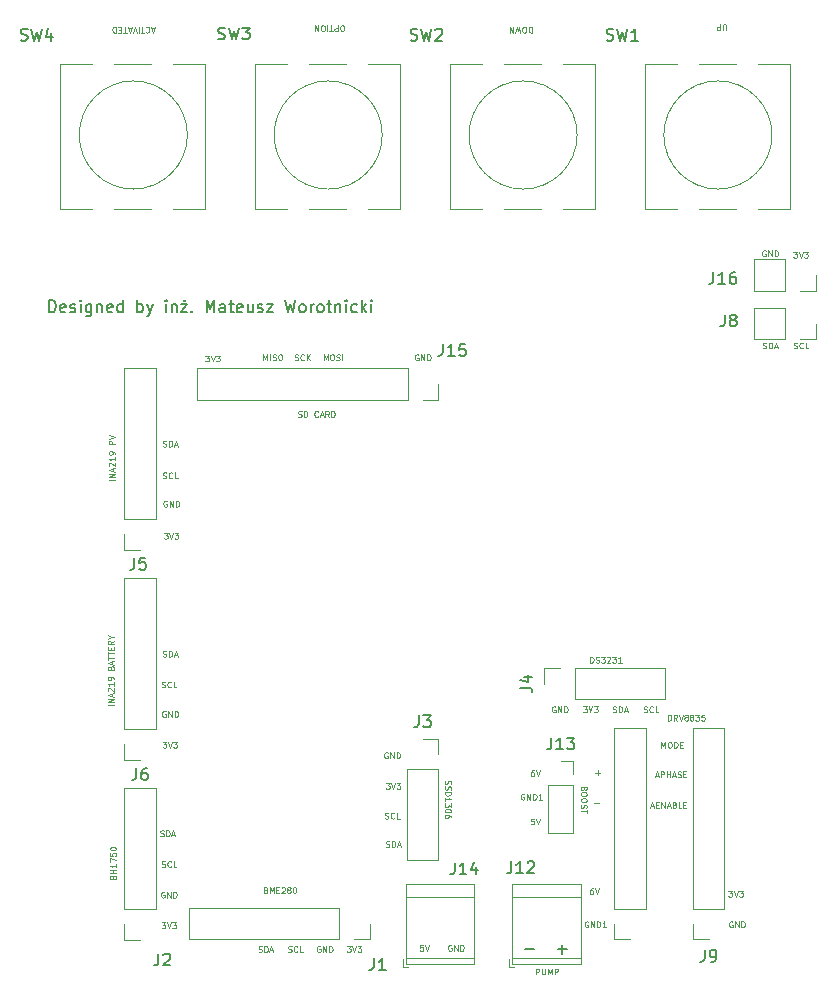
<source format=gbr>
%TF.GenerationSoftware,KiCad,Pcbnew,(5.1.10)-1*%
%TF.CreationDate,2024-07-04T18:25:42+02:00*%
%TF.ProjectId,ApiaryWaterDispensingSystem,41706961-7279-4576-9174-657244697370,rev?*%
%TF.SameCoordinates,Original*%
%TF.FileFunction,Legend,Top*%
%TF.FilePolarity,Positive*%
%FSLAX46Y46*%
G04 Gerber Fmt 4.6, Leading zero omitted, Abs format (unit mm)*
G04 Created by KiCad (PCBNEW (5.1.10)-1) date 2024-07-04 18:25:42*
%MOMM*%
%LPD*%
G01*
G04 APERTURE LIST*
%ADD10C,0.125000*%
%ADD11C,0.150000*%
%ADD12C,0.120000*%
G04 APERTURE END LIST*
D10*
X105552380Y-90226190D02*
X105552380Y-89726190D01*
X105671428Y-89726190D01*
X105742857Y-89750000D01*
X105790476Y-89797619D01*
X105814285Y-89845238D01*
X105838095Y-89940476D01*
X105838095Y-90011904D01*
X105814285Y-90107142D01*
X105790476Y-90154761D01*
X105742857Y-90202380D01*
X105671428Y-90226190D01*
X105552380Y-90226190D01*
X106338095Y-90226190D02*
X106171428Y-89988095D01*
X106052380Y-90226190D02*
X106052380Y-89726190D01*
X106242857Y-89726190D01*
X106290476Y-89750000D01*
X106314285Y-89773809D01*
X106338095Y-89821428D01*
X106338095Y-89892857D01*
X106314285Y-89940476D01*
X106290476Y-89964285D01*
X106242857Y-89988095D01*
X106052380Y-89988095D01*
X106480952Y-89726190D02*
X106647619Y-90226190D01*
X106814285Y-89726190D01*
X107052380Y-89940476D02*
X107004761Y-89916666D01*
X106980952Y-89892857D01*
X106957142Y-89845238D01*
X106957142Y-89821428D01*
X106980952Y-89773809D01*
X107004761Y-89750000D01*
X107052380Y-89726190D01*
X107147619Y-89726190D01*
X107195238Y-89750000D01*
X107219047Y-89773809D01*
X107242857Y-89821428D01*
X107242857Y-89845238D01*
X107219047Y-89892857D01*
X107195238Y-89916666D01*
X107147619Y-89940476D01*
X107052380Y-89940476D01*
X107004761Y-89964285D01*
X106980952Y-89988095D01*
X106957142Y-90035714D01*
X106957142Y-90130952D01*
X106980952Y-90178571D01*
X107004761Y-90202380D01*
X107052380Y-90226190D01*
X107147619Y-90226190D01*
X107195238Y-90202380D01*
X107219047Y-90178571D01*
X107242857Y-90130952D01*
X107242857Y-90035714D01*
X107219047Y-89988095D01*
X107195238Y-89964285D01*
X107147619Y-89940476D01*
X107528571Y-89940476D02*
X107480952Y-89916666D01*
X107457142Y-89892857D01*
X107433333Y-89845238D01*
X107433333Y-89821428D01*
X107457142Y-89773809D01*
X107480952Y-89750000D01*
X107528571Y-89726190D01*
X107623809Y-89726190D01*
X107671428Y-89750000D01*
X107695238Y-89773809D01*
X107719047Y-89821428D01*
X107719047Y-89845238D01*
X107695238Y-89892857D01*
X107671428Y-89916666D01*
X107623809Y-89940476D01*
X107528571Y-89940476D01*
X107480952Y-89964285D01*
X107457142Y-89988095D01*
X107433333Y-90035714D01*
X107433333Y-90130952D01*
X107457142Y-90178571D01*
X107480952Y-90202380D01*
X107528571Y-90226190D01*
X107623809Y-90226190D01*
X107671428Y-90202380D01*
X107695238Y-90178571D01*
X107719047Y-90130952D01*
X107719047Y-90035714D01*
X107695238Y-89988095D01*
X107671428Y-89964285D01*
X107623809Y-89940476D01*
X107885714Y-89726190D02*
X108195238Y-89726190D01*
X108028571Y-89916666D01*
X108100000Y-89916666D01*
X108147619Y-89940476D01*
X108171428Y-89964285D01*
X108195238Y-90011904D01*
X108195238Y-90130952D01*
X108171428Y-90178571D01*
X108147619Y-90202380D01*
X108100000Y-90226190D01*
X107957142Y-90226190D01*
X107909523Y-90202380D01*
X107885714Y-90178571D01*
X108647619Y-89726190D02*
X108409523Y-89726190D01*
X108385714Y-89964285D01*
X108409523Y-89940476D01*
X108457142Y-89916666D01*
X108576190Y-89916666D01*
X108623809Y-89940476D01*
X108647619Y-89964285D01*
X108671428Y-90011904D01*
X108671428Y-90130952D01*
X108647619Y-90178571D01*
X108623809Y-90202380D01*
X108576190Y-90226190D01*
X108457142Y-90226190D01*
X108409523Y-90202380D01*
X108385714Y-90178571D01*
X94371428Y-111726190D02*
X94371428Y-111226190D01*
X94561904Y-111226190D01*
X94609523Y-111250000D01*
X94633333Y-111273809D01*
X94657142Y-111321428D01*
X94657142Y-111392857D01*
X94633333Y-111440476D01*
X94609523Y-111464285D01*
X94561904Y-111488095D01*
X94371428Y-111488095D01*
X94871428Y-111226190D02*
X94871428Y-111630952D01*
X94895238Y-111678571D01*
X94919047Y-111702380D01*
X94966666Y-111726190D01*
X95061904Y-111726190D01*
X95109523Y-111702380D01*
X95133333Y-111678571D01*
X95157142Y-111630952D01*
X95157142Y-111226190D01*
X95395238Y-111726190D02*
X95395238Y-111226190D01*
X95561904Y-111583333D01*
X95728571Y-111226190D01*
X95728571Y-111726190D01*
X95966666Y-111726190D02*
X95966666Y-111226190D01*
X96157142Y-111226190D01*
X96204761Y-111250000D01*
X96228571Y-111273809D01*
X96252380Y-111321428D01*
X96252380Y-111392857D01*
X96228571Y-111440476D01*
X96204761Y-111464285D01*
X96157142Y-111488095D01*
X95966666Y-111488095D01*
X98435714Y-95983333D02*
X98411904Y-96054761D01*
X98388095Y-96078571D01*
X98340476Y-96102380D01*
X98269047Y-96102380D01*
X98221428Y-96078571D01*
X98197619Y-96054761D01*
X98173809Y-96007142D01*
X98173809Y-95816666D01*
X98673809Y-95816666D01*
X98673809Y-95983333D01*
X98650000Y-96030952D01*
X98626190Y-96054761D01*
X98578571Y-96078571D01*
X98530952Y-96078571D01*
X98483333Y-96054761D01*
X98459523Y-96030952D01*
X98435714Y-95983333D01*
X98435714Y-95816666D01*
X98673809Y-96411904D02*
X98673809Y-96507142D01*
X98650000Y-96554761D01*
X98602380Y-96602380D01*
X98507142Y-96626190D01*
X98340476Y-96626190D01*
X98245238Y-96602380D01*
X98197619Y-96554761D01*
X98173809Y-96507142D01*
X98173809Y-96411904D01*
X98197619Y-96364285D01*
X98245238Y-96316666D01*
X98340476Y-96292857D01*
X98507142Y-96292857D01*
X98602380Y-96316666D01*
X98650000Y-96364285D01*
X98673809Y-96411904D01*
X98673809Y-96935714D02*
X98673809Y-97030952D01*
X98650000Y-97078571D01*
X98602380Y-97126190D01*
X98507142Y-97150000D01*
X98340476Y-97150000D01*
X98245238Y-97126190D01*
X98197619Y-97078571D01*
X98173809Y-97030952D01*
X98173809Y-96935714D01*
X98197619Y-96888095D01*
X98245238Y-96840476D01*
X98340476Y-96816666D01*
X98507142Y-96816666D01*
X98602380Y-96840476D01*
X98650000Y-96888095D01*
X98673809Y-96935714D01*
X98197619Y-97340476D02*
X98173809Y-97411904D01*
X98173809Y-97530952D01*
X98197619Y-97578571D01*
X98221428Y-97602380D01*
X98269047Y-97626190D01*
X98316666Y-97626190D01*
X98364285Y-97602380D01*
X98388095Y-97578571D01*
X98411904Y-97530952D01*
X98435714Y-97435714D01*
X98459523Y-97388095D01*
X98483333Y-97364285D01*
X98530952Y-97340476D01*
X98578571Y-97340476D01*
X98626190Y-97364285D01*
X98650000Y-97388095D01*
X98673809Y-97435714D01*
X98673809Y-97554761D01*
X98650000Y-97626190D01*
X98673809Y-97769047D02*
X98673809Y-98054761D01*
X98173809Y-97911904D02*
X98673809Y-97911904D01*
X86697619Y-95316666D02*
X86673809Y-95388095D01*
X86673809Y-95507142D01*
X86697619Y-95554761D01*
X86721428Y-95578571D01*
X86769047Y-95602380D01*
X86816666Y-95602380D01*
X86864285Y-95578571D01*
X86888095Y-95554761D01*
X86911904Y-95507142D01*
X86935714Y-95411904D01*
X86959523Y-95364285D01*
X86983333Y-95340476D01*
X87030952Y-95316666D01*
X87078571Y-95316666D01*
X87126190Y-95340476D01*
X87150000Y-95364285D01*
X87173809Y-95411904D01*
X87173809Y-95530952D01*
X87150000Y-95602380D01*
X86697619Y-95792857D02*
X86673809Y-95864285D01*
X86673809Y-95983333D01*
X86697619Y-96030952D01*
X86721428Y-96054761D01*
X86769047Y-96078571D01*
X86816666Y-96078571D01*
X86864285Y-96054761D01*
X86888095Y-96030952D01*
X86911904Y-95983333D01*
X86935714Y-95888095D01*
X86959523Y-95840476D01*
X86983333Y-95816666D01*
X87030952Y-95792857D01*
X87078571Y-95792857D01*
X87126190Y-95816666D01*
X87150000Y-95840476D01*
X87173809Y-95888095D01*
X87173809Y-96007142D01*
X87150000Y-96078571D01*
X86673809Y-96292857D02*
X87173809Y-96292857D01*
X87173809Y-96411904D01*
X87150000Y-96483333D01*
X87102380Y-96530952D01*
X87054761Y-96554761D01*
X86959523Y-96578571D01*
X86888095Y-96578571D01*
X86792857Y-96554761D01*
X86745238Y-96530952D01*
X86697619Y-96483333D01*
X86673809Y-96411904D01*
X86673809Y-96292857D01*
X86673809Y-97054761D02*
X86673809Y-96769047D01*
X86673809Y-96911904D02*
X87173809Y-96911904D01*
X87102380Y-96864285D01*
X87054761Y-96816666D01*
X87030952Y-96769047D01*
X87173809Y-97221428D02*
X87173809Y-97530952D01*
X86983333Y-97364285D01*
X86983333Y-97435714D01*
X86959523Y-97483333D01*
X86935714Y-97507142D01*
X86888095Y-97530952D01*
X86769047Y-97530952D01*
X86721428Y-97507142D01*
X86697619Y-97483333D01*
X86673809Y-97435714D01*
X86673809Y-97292857D01*
X86697619Y-97245238D01*
X86721428Y-97221428D01*
X87173809Y-97840476D02*
X87173809Y-97888095D01*
X87150000Y-97935714D01*
X87126190Y-97959523D01*
X87078571Y-97983333D01*
X86983333Y-98007142D01*
X86864285Y-98007142D01*
X86769047Y-97983333D01*
X86721428Y-97959523D01*
X86697619Y-97935714D01*
X86673809Y-97888095D01*
X86673809Y-97840476D01*
X86697619Y-97792857D01*
X86721428Y-97769047D01*
X86769047Y-97745238D01*
X86864285Y-97721428D01*
X86983333Y-97721428D01*
X87078571Y-97745238D01*
X87126190Y-97769047D01*
X87150000Y-97792857D01*
X87173809Y-97840476D01*
X87173809Y-98435714D02*
X87173809Y-98340476D01*
X87150000Y-98292857D01*
X87126190Y-98269047D01*
X87054761Y-98221428D01*
X86959523Y-98197619D01*
X86769047Y-98197619D01*
X86721428Y-98221428D01*
X86697619Y-98245238D01*
X86673809Y-98292857D01*
X86673809Y-98388095D01*
X86697619Y-98435714D01*
X86721428Y-98459523D01*
X86769047Y-98483333D01*
X86888095Y-98483333D01*
X86935714Y-98459523D01*
X86959523Y-98435714D01*
X86983333Y-98388095D01*
X86983333Y-98292857D01*
X86959523Y-98245238D01*
X86935714Y-98221428D01*
X86888095Y-98197619D01*
X98978571Y-85326190D02*
X98978571Y-84826190D01*
X99097619Y-84826190D01*
X99169047Y-84850000D01*
X99216666Y-84897619D01*
X99240476Y-84945238D01*
X99264285Y-85040476D01*
X99264285Y-85111904D01*
X99240476Y-85207142D01*
X99216666Y-85254761D01*
X99169047Y-85302380D01*
X99097619Y-85326190D01*
X98978571Y-85326190D01*
X99454761Y-85302380D02*
X99526190Y-85326190D01*
X99645238Y-85326190D01*
X99692857Y-85302380D01*
X99716666Y-85278571D01*
X99740476Y-85230952D01*
X99740476Y-85183333D01*
X99716666Y-85135714D01*
X99692857Y-85111904D01*
X99645238Y-85088095D01*
X99550000Y-85064285D01*
X99502380Y-85040476D01*
X99478571Y-85016666D01*
X99454761Y-84969047D01*
X99454761Y-84921428D01*
X99478571Y-84873809D01*
X99502380Y-84850000D01*
X99550000Y-84826190D01*
X99669047Y-84826190D01*
X99740476Y-84850000D01*
X99907142Y-84826190D02*
X100216666Y-84826190D01*
X100050000Y-85016666D01*
X100121428Y-85016666D01*
X100169047Y-85040476D01*
X100192857Y-85064285D01*
X100216666Y-85111904D01*
X100216666Y-85230952D01*
X100192857Y-85278571D01*
X100169047Y-85302380D01*
X100121428Y-85326190D01*
X99978571Y-85326190D01*
X99930952Y-85302380D01*
X99907142Y-85278571D01*
X100407142Y-84873809D02*
X100430952Y-84850000D01*
X100478571Y-84826190D01*
X100597619Y-84826190D01*
X100645238Y-84850000D01*
X100669047Y-84873809D01*
X100692857Y-84921428D01*
X100692857Y-84969047D01*
X100669047Y-85040476D01*
X100383333Y-85326190D01*
X100692857Y-85326190D01*
X100859523Y-84826190D02*
X101169047Y-84826190D01*
X101002380Y-85016666D01*
X101073809Y-85016666D01*
X101121428Y-85040476D01*
X101145238Y-85064285D01*
X101169047Y-85111904D01*
X101169047Y-85230952D01*
X101145238Y-85278571D01*
X101121428Y-85302380D01*
X101073809Y-85326190D01*
X100930952Y-85326190D01*
X100883333Y-85302380D01*
X100859523Y-85278571D01*
X101645238Y-85326190D02*
X101359523Y-85326190D01*
X101502380Y-85326190D02*
X101502380Y-84826190D01*
X101454761Y-84897619D01*
X101407142Y-84945238D01*
X101359523Y-84969047D01*
D11*
X53157142Y-55652380D02*
X53157142Y-54652380D01*
X53395238Y-54652380D01*
X53538095Y-54700000D01*
X53633333Y-54795238D01*
X53680952Y-54890476D01*
X53728571Y-55080952D01*
X53728571Y-55223809D01*
X53680952Y-55414285D01*
X53633333Y-55509523D01*
X53538095Y-55604761D01*
X53395238Y-55652380D01*
X53157142Y-55652380D01*
X54538095Y-55604761D02*
X54442857Y-55652380D01*
X54252380Y-55652380D01*
X54157142Y-55604761D01*
X54109523Y-55509523D01*
X54109523Y-55128571D01*
X54157142Y-55033333D01*
X54252380Y-54985714D01*
X54442857Y-54985714D01*
X54538095Y-55033333D01*
X54585714Y-55128571D01*
X54585714Y-55223809D01*
X54109523Y-55319047D01*
X54966666Y-55604761D02*
X55061904Y-55652380D01*
X55252380Y-55652380D01*
X55347619Y-55604761D01*
X55395238Y-55509523D01*
X55395238Y-55461904D01*
X55347619Y-55366666D01*
X55252380Y-55319047D01*
X55109523Y-55319047D01*
X55014285Y-55271428D01*
X54966666Y-55176190D01*
X54966666Y-55128571D01*
X55014285Y-55033333D01*
X55109523Y-54985714D01*
X55252380Y-54985714D01*
X55347619Y-55033333D01*
X55823809Y-55652380D02*
X55823809Y-54985714D01*
X55823809Y-54652380D02*
X55776190Y-54700000D01*
X55823809Y-54747619D01*
X55871428Y-54700000D01*
X55823809Y-54652380D01*
X55823809Y-54747619D01*
X56728571Y-54985714D02*
X56728571Y-55795238D01*
X56680952Y-55890476D01*
X56633333Y-55938095D01*
X56538095Y-55985714D01*
X56395238Y-55985714D01*
X56300000Y-55938095D01*
X56728571Y-55604761D02*
X56633333Y-55652380D01*
X56442857Y-55652380D01*
X56347619Y-55604761D01*
X56300000Y-55557142D01*
X56252380Y-55461904D01*
X56252380Y-55176190D01*
X56300000Y-55080952D01*
X56347619Y-55033333D01*
X56442857Y-54985714D01*
X56633333Y-54985714D01*
X56728571Y-55033333D01*
X57204761Y-54985714D02*
X57204761Y-55652380D01*
X57204761Y-55080952D02*
X57252380Y-55033333D01*
X57347619Y-54985714D01*
X57490476Y-54985714D01*
X57585714Y-55033333D01*
X57633333Y-55128571D01*
X57633333Y-55652380D01*
X58490476Y-55604761D02*
X58395238Y-55652380D01*
X58204761Y-55652380D01*
X58109523Y-55604761D01*
X58061904Y-55509523D01*
X58061904Y-55128571D01*
X58109523Y-55033333D01*
X58204761Y-54985714D01*
X58395238Y-54985714D01*
X58490476Y-55033333D01*
X58538095Y-55128571D01*
X58538095Y-55223809D01*
X58061904Y-55319047D01*
X59395238Y-55652380D02*
X59395238Y-54652380D01*
X59395238Y-55604761D02*
X59300000Y-55652380D01*
X59109523Y-55652380D01*
X59014285Y-55604761D01*
X58966666Y-55557142D01*
X58919047Y-55461904D01*
X58919047Y-55176190D01*
X58966666Y-55080952D01*
X59014285Y-55033333D01*
X59109523Y-54985714D01*
X59300000Y-54985714D01*
X59395238Y-55033333D01*
X60633333Y-55652380D02*
X60633333Y-54652380D01*
X60633333Y-55033333D02*
X60728571Y-54985714D01*
X60919047Y-54985714D01*
X61014285Y-55033333D01*
X61061904Y-55080952D01*
X61109523Y-55176190D01*
X61109523Y-55461904D01*
X61061904Y-55557142D01*
X61014285Y-55604761D01*
X60919047Y-55652380D01*
X60728571Y-55652380D01*
X60633333Y-55604761D01*
X61442857Y-54985714D02*
X61680952Y-55652380D01*
X61919047Y-54985714D02*
X61680952Y-55652380D01*
X61585714Y-55890476D01*
X61538095Y-55938095D01*
X61442857Y-55985714D01*
X63061904Y-55652380D02*
X63061904Y-54985714D01*
X63061904Y-54652380D02*
X63014285Y-54700000D01*
X63061904Y-54747619D01*
X63109523Y-54700000D01*
X63061904Y-54652380D01*
X63061904Y-54747619D01*
X63538095Y-54985714D02*
X63538095Y-55652380D01*
X63538095Y-55080952D02*
X63585714Y-55033333D01*
X63680952Y-54985714D01*
X63823809Y-54985714D01*
X63919047Y-55033333D01*
X63966666Y-55128571D01*
X63966666Y-55652380D01*
X64347619Y-54985714D02*
X64871428Y-54985714D01*
X64347619Y-55652380D01*
X64871428Y-55652380D01*
X64633333Y-54652380D02*
X64585714Y-54700000D01*
X64633333Y-54747619D01*
X64680952Y-54700000D01*
X64633333Y-54652380D01*
X64633333Y-54747619D01*
X65252380Y-55557142D02*
X65300000Y-55604761D01*
X65252380Y-55652380D01*
X65204761Y-55604761D01*
X65252380Y-55557142D01*
X65252380Y-55652380D01*
X66490476Y-55652380D02*
X66490476Y-54652380D01*
X66823809Y-55366666D01*
X67157142Y-54652380D01*
X67157142Y-55652380D01*
X68061904Y-55652380D02*
X68061904Y-55128571D01*
X68014285Y-55033333D01*
X67919047Y-54985714D01*
X67728571Y-54985714D01*
X67633333Y-55033333D01*
X68061904Y-55604761D02*
X67966666Y-55652380D01*
X67728571Y-55652380D01*
X67633333Y-55604761D01*
X67585714Y-55509523D01*
X67585714Y-55414285D01*
X67633333Y-55319047D01*
X67728571Y-55271428D01*
X67966666Y-55271428D01*
X68061904Y-55223809D01*
X68395238Y-54985714D02*
X68776190Y-54985714D01*
X68538095Y-54652380D02*
X68538095Y-55509523D01*
X68585714Y-55604761D01*
X68680952Y-55652380D01*
X68776190Y-55652380D01*
X69490476Y-55604761D02*
X69395238Y-55652380D01*
X69204761Y-55652380D01*
X69109523Y-55604761D01*
X69061904Y-55509523D01*
X69061904Y-55128571D01*
X69109523Y-55033333D01*
X69204761Y-54985714D01*
X69395238Y-54985714D01*
X69490476Y-55033333D01*
X69538095Y-55128571D01*
X69538095Y-55223809D01*
X69061904Y-55319047D01*
X70395238Y-54985714D02*
X70395238Y-55652380D01*
X69966666Y-54985714D02*
X69966666Y-55509523D01*
X70014285Y-55604761D01*
X70109523Y-55652380D01*
X70252380Y-55652380D01*
X70347619Y-55604761D01*
X70395238Y-55557142D01*
X70823809Y-55604761D02*
X70919047Y-55652380D01*
X71109523Y-55652380D01*
X71204761Y-55604761D01*
X71252380Y-55509523D01*
X71252380Y-55461904D01*
X71204761Y-55366666D01*
X71109523Y-55319047D01*
X70966666Y-55319047D01*
X70871428Y-55271428D01*
X70823809Y-55176190D01*
X70823809Y-55128571D01*
X70871428Y-55033333D01*
X70966666Y-54985714D01*
X71109523Y-54985714D01*
X71204761Y-55033333D01*
X71585714Y-54985714D02*
X72109523Y-54985714D01*
X71585714Y-55652380D01*
X72109523Y-55652380D01*
X73157142Y-54652380D02*
X73395238Y-55652380D01*
X73585714Y-54938095D01*
X73776190Y-55652380D01*
X74014285Y-54652380D01*
X74538095Y-55652380D02*
X74442857Y-55604761D01*
X74395238Y-55557142D01*
X74347619Y-55461904D01*
X74347619Y-55176190D01*
X74395238Y-55080952D01*
X74442857Y-55033333D01*
X74538095Y-54985714D01*
X74680952Y-54985714D01*
X74776190Y-55033333D01*
X74823809Y-55080952D01*
X74871428Y-55176190D01*
X74871428Y-55461904D01*
X74823809Y-55557142D01*
X74776190Y-55604761D01*
X74680952Y-55652380D01*
X74538095Y-55652380D01*
X75300000Y-55652380D02*
X75300000Y-54985714D01*
X75300000Y-55176190D02*
X75347619Y-55080952D01*
X75395238Y-55033333D01*
X75490476Y-54985714D01*
X75585714Y-54985714D01*
X76061904Y-55652380D02*
X75966666Y-55604761D01*
X75919047Y-55557142D01*
X75871428Y-55461904D01*
X75871428Y-55176190D01*
X75919047Y-55080952D01*
X75966666Y-55033333D01*
X76061904Y-54985714D01*
X76204761Y-54985714D01*
X76300000Y-55033333D01*
X76347619Y-55080952D01*
X76395238Y-55176190D01*
X76395238Y-55461904D01*
X76347619Y-55557142D01*
X76300000Y-55604761D01*
X76204761Y-55652380D01*
X76061904Y-55652380D01*
X76680952Y-54985714D02*
X77061904Y-54985714D01*
X76823809Y-54652380D02*
X76823809Y-55509523D01*
X76871428Y-55604761D01*
X76966666Y-55652380D01*
X77061904Y-55652380D01*
X77395238Y-54985714D02*
X77395238Y-55652380D01*
X77395238Y-55080952D02*
X77442857Y-55033333D01*
X77538095Y-54985714D01*
X77680952Y-54985714D01*
X77776190Y-55033333D01*
X77823809Y-55128571D01*
X77823809Y-55652380D01*
X78299999Y-55652380D02*
X78299999Y-54985714D01*
X78299999Y-54652380D02*
X78252380Y-54700000D01*
X78299999Y-54747619D01*
X78347619Y-54700000D01*
X78299999Y-54652380D01*
X78299999Y-54747619D01*
X79204761Y-55604761D02*
X79109523Y-55652380D01*
X78919047Y-55652380D01*
X78823809Y-55604761D01*
X78776190Y-55557142D01*
X78728571Y-55461904D01*
X78728571Y-55176190D01*
X78776190Y-55080952D01*
X78823809Y-55033333D01*
X78919047Y-54985714D01*
X79109523Y-54985714D01*
X79204761Y-55033333D01*
X79633333Y-55652380D02*
X79633333Y-54652380D01*
X79728571Y-55271428D02*
X80014285Y-55652380D01*
X80014285Y-54985714D02*
X79633333Y-55366666D01*
X80442857Y-55652380D02*
X80442857Y-54985714D01*
X80442857Y-54652380D02*
X80395238Y-54700000D01*
X80442857Y-54747619D01*
X80490476Y-54700000D01*
X80442857Y-54652380D01*
X80442857Y-54747619D01*
D10*
X66380952Y-59326190D02*
X66690476Y-59326190D01*
X66523809Y-59516666D01*
X66595238Y-59516666D01*
X66642857Y-59540476D01*
X66666666Y-59564285D01*
X66690476Y-59611904D01*
X66690476Y-59730952D01*
X66666666Y-59778571D01*
X66642857Y-59802380D01*
X66595238Y-59826190D01*
X66452380Y-59826190D01*
X66404761Y-59802380D01*
X66380952Y-59778571D01*
X66833333Y-59326190D02*
X67000000Y-59826190D01*
X67166666Y-59326190D01*
X67285714Y-59326190D02*
X67595238Y-59326190D01*
X67428571Y-59516666D01*
X67500000Y-59516666D01*
X67547619Y-59540476D01*
X67571428Y-59564285D01*
X67595238Y-59611904D01*
X67595238Y-59730952D01*
X67571428Y-59778571D01*
X67547619Y-59802380D01*
X67500000Y-59826190D01*
X67357142Y-59826190D01*
X67309523Y-59802380D01*
X67285714Y-59778571D01*
X74252380Y-64502380D02*
X74323809Y-64526190D01*
X74442857Y-64526190D01*
X74490476Y-64502380D01*
X74514285Y-64478571D01*
X74538095Y-64430952D01*
X74538095Y-64383333D01*
X74514285Y-64335714D01*
X74490476Y-64311904D01*
X74442857Y-64288095D01*
X74347619Y-64264285D01*
X74300000Y-64240476D01*
X74276190Y-64216666D01*
X74252380Y-64169047D01*
X74252380Y-64121428D01*
X74276190Y-64073809D01*
X74300000Y-64050000D01*
X74347619Y-64026190D01*
X74466666Y-64026190D01*
X74538095Y-64050000D01*
X74752380Y-64526190D02*
X74752380Y-64026190D01*
X74871428Y-64026190D01*
X74942857Y-64050000D01*
X74990476Y-64097619D01*
X75014285Y-64145238D01*
X75038095Y-64240476D01*
X75038095Y-64311904D01*
X75014285Y-64407142D01*
X74990476Y-64454761D01*
X74942857Y-64502380D01*
X74871428Y-64526190D01*
X74752380Y-64526190D01*
X75919047Y-64478571D02*
X75895238Y-64502380D01*
X75823809Y-64526190D01*
X75776190Y-64526190D01*
X75704761Y-64502380D01*
X75657142Y-64454761D01*
X75633333Y-64407142D01*
X75609523Y-64311904D01*
X75609523Y-64240476D01*
X75633333Y-64145238D01*
X75657142Y-64097619D01*
X75704761Y-64050000D01*
X75776190Y-64026190D01*
X75823809Y-64026190D01*
X75895238Y-64050000D01*
X75919047Y-64073809D01*
X76109523Y-64383333D02*
X76347619Y-64383333D01*
X76061904Y-64526190D02*
X76228571Y-64026190D01*
X76395238Y-64526190D01*
X76847619Y-64526190D02*
X76680952Y-64288095D01*
X76561904Y-64526190D02*
X76561904Y-64026190D01*
X76752380Y-64026190D01*
X76800000Y-64050000D01*
X76823809Y-64073809D01*
X76847619Y-64121428D01*
X76847619Y-64192857D01*
X76823809Y-64240476D01*
X76800000Y-64264285D01*
X76752380Y-64288095D01*
X76561904Y-64288095D01*
X77061904Y-64526190D02*
X77061904Y-64026190D01*
X77180952Y-64026190D01*
X77252380Y-64050000D01*
X77300000Y-64097619D01*
X77323809Y-64145238D01*
X77347619Y-64240476D01*
X77347619Y-64311904D01*
X77323809Y-64407142D01*
X77300000Y-64454761D01*
X77252380Y-64502380D01*
X77180952Y-64526190D01*
X77061904Y-64526190D01*
X110680952Y-104626190D02*
X110990476Y-104626190D01*
X110823809Y-104816666D01*
X110895238Y-104816666D01*
X110942857Y-104840476D01*
X110966666Y-104864285D01*
X110990476Y-104911904D01*
X110990476Y-105030952D01*
X110966666Y-105078571D01*
X110942857Y-105102380D01*
X110895238Y-105126190D01*
X110752380Y-105126190D01*
X110704761Y-105102380D01*
X110680952Y-105078571D01*
X111133333Y-104626190D02*
X111300000Y-105126190D01*
X111466666Y-104626190D01*
X111585714Y-104626190D02*
X111895238Y-104626190D01*
X111728571Y-104816666D01*
X111800000Y-104816666D01*
X111847619Y-104840476D01*
X111871428Y-104864285D01*
X111895238Y-104911904D01*
X111895238Y-105030952D01*
X111871428Y-105078571D01*
X111847619Y-105102380D01*
X111800000Y-105126190D01*
X111657142Y-105126190D01*
X111609523Y-105102380D01*
X111585714Y-105078571D01*
X104995238Y-92526190D02*
X104995238Y-92026190D01*
X105161904Y-92383333D01*
X105328571Y-92026190D01*
X105328571Y-92526190D01*
X105661904Y-92026190D02*
X105757142Y-92026190D01*
X105804761Y-92050000D01*
X105852380Y-92097619D01*
X105876190Y-92192857D01*
X105876190Y-92359523D01*
X105852380Y-92454761D01*
X105804761Y-92502380D01*
X105757142Y-92526190D01*
X105661904Y-92526190D01*
X105614285Y-92502380D01*
X105566666Y-92454761D01*
X105542857Y-92359523D01*
X105542857Y-92192857D01*
X105566666Y-92097619D01*
X105614285Y-92050000D01*
X105661904Y-92026190D01*
X106090476Y-92526190D02*
X106090476Y-92026190D01*
X106209523Y-92026190D01*
X106280952Y-92050000D01*
X106328571Y-92097619D01*
X106352380Y-92145238D01*
X106376190Y-92240476D01*
X106376190Y-92311904D01*
X106352380Y-92407142D01*
X106328571Y-92454761D01*
X106280952Y-92502380D01*
X106209523Y-92526190D01*
X106090476Y-92526190D01*
X106590476Y-92264285D02*
X106757142Y-92264285D01*
X106828571Y-92526190D02*
X106590476Y-92526190D01*
X106590476Y-92026190D01*
X106828571Y-92026190D01*
X99180952Y-104426190D02*
X99085714Y-104426190D01*
X99038095Y-104450000D01*
X99014285Y-104473809D01*
X98966666Y-104545238D01*
X98942857Y-104640476D01*
X98942857Y-104830952D01*
X98966666Y-104878571D01*
X98990476Y-104902380D01*
X99038095Y-104926190D01*
X99133333Y-104926190D01*
X99180952Y-104902380D01*
X99204761Y-104878571D01*
X99228571Y-104830952D01*
X99228571Y-104711904D01*
X99204761Y-104664285D01*
X99180952Y-104640476D01*
X99133333Y-104616666D01*
X99038095Y-104616666D01*
X98990476Y-104640476D01*
X98966666Y-104664285D01*
X98942857Y-104711904D01*
X99371428Y-104426190D02*
X99538095Y-104926190D01*
X99704761Y-104426190D01*
X99409523Y-94635714D02*
X99790476Y-94635714D01*
X99600000Y-94826190D02*
X99600000Y-94445238D01*
X99309523Y-97235714D02*
X99690476Y-97235714D01*
X94204761Y-98526190D02*
X93966666Y-98526190D01*
X93942857Y-98764285D01*
X93966666Y-98740476D01*
X94014285Y-98716666D01*
X94133333Y-98716666D01*
X94180952Y-98740476D01*
X94204761Y-98764285D01*
X94228571Y-98811904D01*
X94228571Y-98930952D01*
X94204761Y-98978571D01*
X94180952Y-99002380D01*
X94133333Y-99026190D01*
X94014285Y-99026190D01*
X93966666Y-99002380D01*
X93942857Y-98978571D01*
X94371428Y-98526190D02*
X94538095Y-99026190D01*
X94704761Y-98526190D01*
X93380952Y-96450000D02*
X93333333Y-96426190D01*
X93261904Y-96426190D01*
X93190476Y-96450000D01*
X93142857Y-96497619D01*
X93119047Y-96545238D01*
X93095238Y-96640476D01*
X93095238Y-96711904D01*
X93119047Y-96807142D01*
X93142857Y-96854761D01*
X93190476Y-96902380D01*
X93261904Y-96926190D01*
X93309523Y-96926190D01*
X93380952Y-96902380D01*
X93404761Y-96878571D01*
X93404761Y-96711904D01*
X93309523Y-96711904D01*
X93619047Y-96926190D02*
X93619047Y-96426190D01*
X93904761Y-96926190D01*
X93904761Y-96426190D01*
X94142857Y-96926190D02*
X94142857Y-96426190D01*
X94261904Y-96426190D01*
X94333333Y-96450000D01*
X94380952Y-96497619D01*
X94404761Y-96545238D01*
X94428571Y-96640476D01*
X94428571Y-96711904D01*
X94404761Y-96807142D01*
X94380952Y-96854761D01*
X94333333Y-96902380D01*
X94261904Y-96926190D01*
X94142857Y-96926190D01*
X94904761Y-96926190D02*
X94619047Y-96926190D01*
X94761904Y-96926190D02*
X94761904Y-96426190D01*
X94714285Y-96497619D01*
X94666666Y-96545238D01*
X94619047Y-96569047D01*
X94180952Y-94426190D02*
X94085714Y-94426190D01*
X94038095Y-94450000D01*
X94014285Y-94473809D01*
X93966666Y-94545238D01*
X93942857Y-94640476D01*
X93942857Y-94830952D01*
X93966666Y-94878571D01*
X93990476Y-94902380D01*
X94038095Y-94926190D01*
X94133333Y-94926190D01*
X94180952Y-94902380D01*
X94204761Y-94878571D01*
X94228571Y-94830952D01*
X94228571Y-94711904D01*
X94204761Y-94664285D01*
X94180952Y-94640476D01*
X94133333Y-94616666D01*
X94038095Y-94616666D01*
X93990476Y-94640476D01*
X93966666Y-94664285D01*
X93942857Y-94711904D01*
X94371428Y-94426190D02*
X94538095Y-94926190D01*
X94704761Y-94426190D01*
X58726190Y-69845238D02*
X58226190Y-69845238D01*
X58726190Y-69607142D02*
X58226190Y-69607142D01*
X58726190Y-69321428D01*
X58226190Y-69321428D01*
X58583333Y-69107142D02*
X58583333Y-68869047D01*
X58726190Y-69154761D02*
X58226190Y-68988095D01*
X58726190Y-68821428D01*
X58273809Y-68678571D02*
X58250000Y-68654761D01*
X58226190Y-68607142D01*
X58226190Y-68488095D01*
X58250000Y-68440476D01*
X58273809Y-68416666D01*
X58321428Y-68392857D01*
X58369047Y-68392857D01*
X58440476Y-68416666D01*
X58726190Y-68702380D01*
X58726190Y-68392857D01*
X58726190Y-67916666D02*
X58726190Y-68202380D01*
X58726190Y-68059523D02*
X58226190Y-68059523D01*
X58297619Y-68107142D01*
X58345238Y-68154761D01*
X58369047Y-68202380D01*
X58726190Y-67678571D02*
X58726190Y-67583333D01*
X58702380Y-67535714D01*
X58678571Y-67511904D01*
X58607142Y-67464285D01*
X58511904Y-67440476D01*
X58321428Y-67440476D01*
X58273809Y-67464285D01*
X58250000Y-67488095D01*
X58226190Y-67535714D01*
X58226190Y-67630952D01*
X58250000Y-67678571D01*
X58273809Y-67702380D01*
X58321428Y-67726190D01*
X58440476Y-67726190D01*
X58488095Y-67702380D01*
X58511904Y-67678571D01*
X58535714Y-67630952D01*
X58535714Y-67535714D01*
X58511904Y-67488095D01*
X58488095Y-67464285D01*
X58440476Y-67440476D01*
X58726190Y-66845238D02*
X58226190Y-66845238D01*
X58226190Y-66654761D01*
X58250000Y-66607142D01*
X58273809Y-66583333D01*
X58321428Y-66559523D01*
X58392857Y-66559523D01*
X58440476Y-66583333D01*
X58464285Y-66607142D01*
X58488095Y-66654761D01*
X58488095Y-66845238D01*
X58226190Y-66416666D02*
X58726190Y-66250000D01*
X58226190Y-66083333D01*
X58626190Y-88916666D02*
X58126190Y-88916666D01*
X58626190Y-88678571D02*
X58126190Y-88678571D01*
X58626190Y-88392857D01*
X58126190Y-88392857D01*
X58483333Y-88178571D02*
X58483333Y-87940476D01*
X58626190Y-88226190D02*
X58126190Y-88059523D01*
X58626190Y-87892857D01*
X58173809Y-87750000D02*
X58150000Y-87726190D01*
X58126190Y-87678571D01*
X58126190Y-87559523D01*
X58150000Y-87511904D01*
X58173809Y-87488095D01*
X58221428Y-87464285D01*
X58269047Y-87464285D01*
X58340476Y-87488095D01*
X58626190Y-87773809D01*
X58626190Y-87464285D01*
X58626190Y-86988095D02*
X58626190Y-87273809D01*
X58626190Y-87130952D02*
X58126190Y-87130952D01*
X58197619Y-87178571D01*
X58245238Y-87226190D01*
X58269047Y-87273809D01*
X58626190Y-86750000D02*
X58626190Y-86654761D01*
X58602380Y-86607142D01*
X58578571Y-86583333D01*
X58507142Y-86535714D01*
X58411904Y-86511904D01*
X58221428Y-86511904D01*
X58173809Y-86535714D01*
X58150000Y-86559523D01*
X58126190Y-86607142D01*
X58126190Y-86702380D01*
X58150000Y-86750000D01*
X58173809Y-86773809D01*
X58221428Y-86797619D01*
X58340476Y-86797619D01*
X58388095Y-86773809D01*
X58411904Y-86750000D01*
X58435714Y-86702380D01*
X58435714Y-86607142D01*
X58411904Y-86559523D01*
X58388095Y-86535714D01*
X58340476Y-86511904D01*
X58364285Y-85750000D02*
X58388095Y-85678571D01*
X58411904Y-85654761D01*
X58459523Y-85630952D01*
X58530952Y-85630952D01*
X58578571Y-85654761D01*
X58602380Y-85678571D01*
X58626190Y-85726190D01*
X58626190Y-85916666D01*
X58126190Y-85916666D01*
X58126190Y-85750000D01*
X58150000Y-85702380D01*
X58173809Y-85678571D01*
X58221428Y-85654761D01*
X58269047Y-85654761D01*
X58316666Y-85678571D01*
X58340476Y-85702380D01*
X58364285Y-85750000D01*
X58364285Y-85916666D01*
X58483333Y-85440476D02*
X58483333Y-85202380D01*
X58626190Y-85488095D02*
X58126190Y-85321428D01*
X58626190Y-85154761D01*
X58126190Y-85059523D02*
X58126190Y-84773809D01*
X58626190Y-84916666D02*
X58126190Y-84916666D01*
X58126190Y-84678571D02*
X58126190Y-84392857D01*
X58626190Y-84535714D02*
X58126190Y-84535714D01*
X58364285Y-84226190D02*
X58364285Y-84059523D01*
X58626190Y-83988095D02*
X58626190Y-84226190D01*
X58126190Y-84226190D01*
X58126190Y-83988095D01*
X58626190Y-83488095D02*
X58388095Y-83654761D01*
X58626190Y-83773809D02*
X58126190Y-83773809D01*
X58126190Y-83583333D01*
X58150000Y-83535714D01*
X58173809Y-83511904D01*
X58221428Y-83488095D01*
X58292857Y-83488095D01*
X58340476Y-83511904D01*
X58364285Y-83535714D01*
X58388095Y-83583333D01*
X58388095Y-83773809D01*
X58388095Y-83178571D02*
X58626190Y-83178571D01*
X58126190Y-83345238D02*
X58388095Y-83178571D01*
X58126190Y-83011904D01*
X76414285Y-59726190D02*
X76414285Y-59226190D01*
X76580952Y-59583333D01*
X76747619Y-59226190D01*
X76747619Y-59726190D01*
X77080952Y-59226190D02*
X77176190Y-59226190D01*
X77223809Y-59250000D01*
X77271428Y-59297619D01*
X77295238Y-59392857D01*
X77295238Y-59559523D01*
X77271428Y-59654761D01*
X77223809Y-59702380D01*
X77176190Y-59726190D01*
X77080952Y-59726190D01*
X77033333Y-59702380D01*
X76985714Y-59654761D01*
X76961904Y-59559523D01*
X76961904Y-59392857D01*
X76985714Y-59297619D01*
X77033333Y-59250000D01*
X77080952Y-59226190D01*
X77485714Y-59702380D02*
X77557142Y-59726190D01*
X77676190Y-59726190D01*
X77723809Y-59702380D01*
X77747619Y-59678571D01*
X77771428Y-59630952D01*
X77771428Y-59583333D01*
X77747619Y-59535714D01*
X77723809Y-59511904D01*
X77676190Y-59488095D01*
X77580952Y-59464285D01*
X77533333Y-59440476D01*
X77509523Y-59416666D01*
X77485714Y-59369047D01*
X77485714Y-59321428D01*
X77509523Y-59273809D01*
X77533333Y-59250000D01*
X77580952Y-59226190D01*
X77700000Y-59226190D01*
X77771428Y-59250000D01*
X77985714Y-59726190D02*
X77985714Y-59226190D01*
X73957142Y-59702380D02*
X74028571Y-59726190D01*
X74147619Y-59726190D01*
X74195238Y-59702380D01*
X74219047Y-59678571D01*
X74242857Y-59630952D01*
X74242857Y-59583333D01*
X74219047Y-59535714D01*
X74195238Y-59511904D01*
X74147619Y-59488095D01*
X74052380Y-59464285D01*
X74004761Y-59440476D01*
X73980952Y-59416666D01*
X73957142Y-59369047D01*
X73957142Y-59321428D01*
X73980952Y-59273809D01*
X74004761Y-59250000D01*
X74052380Y-59226190D01*
X74171428Y-59226190D01*
X74242857Y-59250000D01*
X74742857Y-59678571D02*
X74719047Y-59702380D01*
X74647619Y-59726190D01*
X74600000Y-59726190D01*
X74528571Y-59702380D01*
X74480952Y-59654761D01*
X74457142Y-59607142D01*
X74433333Y-59511904D01*
X74433333Y-59440476D01*
X74457142Y-59345238D01*
X74480952Y-59297619D01*
X74528571Y-59250000D01*
X74600000Y-59226190D01*
X74647619Y-59226190D01*
X74719047Y-59250000D01*
X74742857Y-59273809D01*
X74957142Y-59726190D02*
X74957142Y-59226190D01*
X75242857Y-59726190D02*
X75028571Y-59440476D01*
X75242857Y-59226190D02*
X74957142Y-59511904D01*
X71314285Y-59726190D02*
X71314285Y-59226190D01*
X71480952Y-59583333D01*
X71647619Y-59226190D01*
X71647619Y-59726190D01*
X71885714Y-59726190D02*
X71885714Y-59226190D01*
X72100000Y-59702380D02*
X72171428Y-59726190D01*
X72290476Y-59726190D01*
X72338095Y-59702380D01*
X72361904Y-59678571D01*
X72385714Y-59630952D01*
X72385714Y-59583333D01*
X72361904Y-59535714D01*
X72338095Y-59511904D01*
X72290476Y-59488095D01*
X72195238Y-59464285D01*
X72147619Y-59440476D01*
X72123809Y-59416666D01*
X72100000Y-59369047D01*
X72100000Y-59321428D01*
X72123809Y-59273809D01*
X72147619Y-59250000D01*
X72195238Y-59226190D01*
X72314285Y-59226190D01*
X72385714Y-59250000D01*
X72695238Y-59226190D02*
X72790476Y-59226190D01*
X72838095Y-59250000D01*
X72885714Y-59297619D01*
X72909523Y-59392857D01*
X72909523Y-59559523D01*
X72885714Y-59654761D01*
X72838095Y-59702380D01*
X72790476Y-59726190D01*
X72695238Y-59726190D01*
X72647619Y-59702380D01*
X72600000Y-59654761D01*
X72576190Y-59559523D01*
X72576190Y-59392857D01*
X72600000Y-59297619D01*
X72647619Y-59250000D01*
X72695238Y-59226190D01*
X58564285Y-103478571D02*
X58588095Y-103407142D01*
X58611904Y-103383333D01*
X58659523Y-103359523D01*
X58730952Y-103359523D01*
X58778571Y-103383333D01*
X58802380Y-103407142D01*
X58826190Y-103454761D01*
X58826190Y-103645238D01*
X58326190Y-103645238D01*
X58326190Y-103478571D01*
X58350000Y-103430952D01*
X58373809Y-103407142D01*
X58421428Y-103383333D01*
X58469047Y-103383333D01*
X58516666Y-103407142D01*
X58540476Y-103430952D01*
X58564285Y-103478571D01*
X58564285Y-103645238D01*
X58826190Y-103145238D02*
X58326190Y-103145238D01*
X58564285Y-103145238D02*
X58564285Y-102859523D01*
X58826190Y-102859523D02*
X58326190Y-102859523D01*
X58826190Y-102359523D02*
X58826190Y-102645238D01*
X58826190Y-102502380D02*
X58326190Y-102502380D01*
X58397619Y-102550000D01*
X58445238Y-102597619D01*
X58469047Y-102645238D01*
X58326190Y-102192857D02*
X58326190Y-101859523D01*
X58826190Y-102073809D01*
X58326190Y-101430952D02*
X58326190Y-101669047D01*
X58564285Y-101692857D01*
X58540476Y-101669047D01*
X58516666Y-101621428D01*
X58516666Y-101502380D01*
X58540476Y-101454761D01*
X58564285Y-101430952D01*
X58611904Y-101407142D01*
X58730952Y-101407142D01*
X58778571Y-101430952D01*
X58802380Y-101454761D01*
X58826190Y-101502380D01*
X58826190Y-101621428D01*
X58802380Y-101669047D01*
X58778571Y-101692857D01*
X58326190Y-101097619D02*
X58326190Y-101050000D01*
X58350000Y-101002380D01*
X58373809Y-100978571D01*
X58421428Y-100954761D01*
X58516666Y-100930952D01*
X58635714Y-100930952D01*
X58730952Y-100954761D01*
X58778571Y-100978571D01*
X58802380Y-101002380D01*
X58826190Y-101050000D01*
X58826190Y-101097619D01*
X58802380Y-101145238D01*
X58778571Y-101169047D01*
X58730952Y-101192857D01*
X58635714Y-101216666D01*
X58516666Y-101216666D01*
X58421428Y-101192857D01*
X58373809Y-101169047D01*
X58350000Y-101145238D01*
X58326190Y-101097619D01*
X71509523Y-104564285D02*
X71580952Y-104588095D01*
X71604761Y-104611904D01*
X71628571Y-104659523D01*
X71628571Y-104730952D01*
X71604761Y-104778571D01*
X71580952Y-104802380D01*
X71533333Y-104826190D01*
X71342857Y-104826190D01*
X71342857Y-104326190D01*
X71509523Y-104326190D01*
X71557142Y-104350000D01*
X71580952Y-104373809D01*
X71604761Y-104421428D01*
X71604761Y-104469047D01*
X71580952Y-104516666D01*
X71557142Y-104540476D01*
X71509523Y-104564285D01*
X71342857Y-104564285D01*
X71842857Y-104826190D02*
X71842857Y-104326190D01*
X72009523Y-104683333D01*
X72176190Y-104326190D01*
X72176190Y-104826190D01*
X72414285Y-104564285D02*
X72580952Y-104564285D01*
X72652380Y-104826190D02*
X72414285Y-104826190D01*
X72414285Y-104326190D01*
X72652380Y-104326190D01*
X72842857Y-104373809D02*
X72866666Y-104350000D01*
X72914285Y-104326190D01*
X73033333Y-104326190D01*
X73080952Y-104350000D01*
X73104761Y-104373809D01*
X73128571Y-104421428D01*
X73128571Y-104469047D01*
X73104761Y-104540476D01*
X72819047Y-104826190D01*
X73128571Y-104826190D01*
X73414285Y-104540476D02*
X73366666Y-104516666D01*
X73342857Y-104492857D01*
X73319047Y-104445238D01*
X73319047Y-104421428D01*
X73342857Y-104373809D01*
X73366666Y-104350000D01*
X73414285Y-104326190D01*
X73509523Y-104326190D01*
X73557142Y-104350000D01*
X73580952Y-104373809D01*
X73604761Y-104421428D01*
X73604761Y-104445238D01*
X73580952Y-104492857D01*
X73557142Y-104516666D01*
X73509523Y-104540476D01*
X73414285Y-104540476D01*
X73366666Y-104564285D01*
X73342857Y-104588095D01*
X73319047Y-104635714D01*
X73319047Y-104730952D01*
X73342857Y-104778571D01*
X73366666Y-104802380D01*
X73414285Y-104826190D01*
X73509523Y-104826190D01*
X73557142Y-104802380D01*
X73580952Y-104778571D01*
X73604761Y-104730952D01*
X73604761Y-104635714D01*
X73580952Y-104588095D01*
X73557142Y-104564285D01*
X73509523Y-104540476D01*
X73914285Y-104326190D02*
X73961904Y-104326190D01*
X74009523Y-104350000D01*
X74033333Y-104373809D01*
X74057142Y-104421428D01*
X74080952Y-104516666D01*
X74080952Y-104635714D01*
X74057142Y-104730952D01*
X74033333Y-104778571D01*
X74009523Y-104802380D01*
X73961904Y-104826190D01*
X73914285Y-104826190D01*
X73866666Y-104802380D01*
X73842857Y-104778571D01*
X73819047Y-104730952D01*
X73795238Y-104635714D01*
X73795238Y-104516666D01*
X73819047Y-104421428D01*
X73842857Y-104373809D01*
X73866666Y-104350000D01*
X73914285Y-104326190D01*
X104100000Y-97483333D02*
X104338095Y-97483333D01*
X104052380Y-97626190D02*
X104219047Y-97126190D01*
X104385714Y-97626190D01*
X104552380Y-97364285D02*
X104719047Y-97364285D01*
X104790476Y-97626190D02*
X104552380Y-97626190D01*
X104552380Y-97126190D01*
X104790476Y-97126190D01*
X105004761Y-97626190D02*
X105004761Y-97126190D01*
X105290476Y-97626190D01*
X105290476Y-97126190D01*
X105504761Y-97483333D02*
X105742857Y-97483333D01*
X105457142Y-97626190D02*
X105623809Y-97126190D01*
X105790476Y-97626190D01*
X106123809Y-97364285D02*
X106195238Y-97388095D01*
X106219047Y-97411904D01*
X106242857Y-97459523D01*
X106242857Y-97530952D01*
X106219047Y-97578571D01*
X106195238Y-97602380D01*
X106147619Y-97626190D01*
X105957142Y-97626190D01*
X105957142Y-97126190D01*
X106123809Y-97126190D01*
X106171428Y-97150000D01*
X106195238Y-97173809D01*
X106219047Y-97221428D01*
X106219047Y-97269047D01*
X106195238Y-97316666D01*
X106171428Y-97340476D01*
X106123809Y-97364285D01*
X105957142Y-97364285D01*
X106695238Y-97626190D02*
X106457142Y-97626190D01*
X106457142Y-97126190D01*
X106861904Y-97364285D02*
X107028571Y-97364285D01*
X107100000Y-97626190D02*
X106861904Y-97626190D01*
X106861904Y-97126190D01*
X107100000Y-97126190D01*
X104490476Y-94883333D02*
X104728571Y-94883333D01*
X104442857Y-95026190D02*
X104609523Y-94526190D01*
X104776190Y-95026190D01*
X104942857Y-95026190D02*
X104942857Y-94526190D01*
X105133333Y-94526190D01*
X105180952Y-94550000D01*
X105204761Y-94573809D01*
X105228571Y-94621428D01*
X105228571Y-94692857D01*
X105204761Y-94740476D01*
X105180952Y-94764285D01*
X105133333Y-94788095D01*
X104942857Y-94788095D01*
X105442857Y-95026190D02*
X105442857Y-94526190D01*
X105442857Y-94764285D02*
X105728571Y-94764285D01*
X105728571Y-95026190D02*
X105728571Y-94526190D01*
X105942857Y-94883333D02*
X106180952Y-94883333D01*
X105895238Y-95026190D02*
X106061904Y-94526190D01*
X106228571Y-95026190D01*
X106371428Y-95002380D02*
X106442857Y-95026190D01*
X106561904Y-95026190D01*
X106609523Y-95002380D01*
X106633333Y-94978571D01*
X106657142Y-94930952D01*
X106657142Y-94883333D01*
X106633333Y-94835714D01*
X106609523Y-94811904D01*
X106561904Y-94788095D01*
X106466666Y-94764285D01*
X106419047Y-94740476D01*
X106395238Y-94716666D01*
X106371428Y-94669047D01*
X106371428Y-94621428D01*
X106395238Y-94573809D01*
X106419047Y-94550000D01*
X106466666Y-94526190D01*
X106585714Y-94526190D01*
X106657142Y-94550000D01*
X106871428Y-94764285D02*
X107038095Y-94764285D01*
X107109523Y-95026190D02*
X106871428Y-95026190D01*
X106871428Y-94526190D01*
X107109523Y-94526190D01*
X84804761Y-109226190D02*
X84566666Y-109226190D01*
X84542857Y-109464285D01*
X84566666Y-109440476D01*
X84614285Y-109416666D01*
X84733333Y-109416666D01*
X84780952Y-109440476D01*
X84804761Y-109464285D01*
X84828571Y-109511904D01*
X84828571Y-109630952D01*
X84804761Y-109678571D01*
X84780952Y-109702380D01*
X84733333Y-109726190D01*
X84614285Y-109726190D01*
X84566666Y-109702380D01*
X84542857Y-109678571D01*
X84971428Y-109226190D02*
X85138095Y-109726190D01*
X85304761Y-109226190D01*
D11*
X93419047Y-109547619D02*
X94180952Y-109547619D01*
X96219047Y-109571428D02*
X96980952Y-109571428D01*
X96600000Y-109952380D02*
X96600000Y-109190476D01*
D10*
X62073809Y-31616666D02*
X61835714Y-31616666D01*
X62121428Y-31473809D02*
X61954761Y-31973809D01*
X61788095Y-31473809D01*
X61335714Y-31521428D02*
X61359523Y-31497619D01*
X61430952Y-31473809D01*
X61478571Y-31473809D01*
X61550000Y-31497619D01*
X61597619Y-31545238D01*
X61621428Y-31592857D01*
X61645238Y-31688095D01*
X61645238Y-31759523D01*
X61621428Y-31854761D01*
X61597619Y-31902380D01*
X61550000Y-31950000D01*
X61478571Y-31973809D01*
X61430952Y-31973809D01*
X61359523Y-31950000D01*
X61335714Y-31926190D01*
X61192857Y-31973809D02*
X60907142Y-31973809D01*
X61050000Y-31473809D02*
X61050000Y-31973809D01*
X60740476Y-31473809D02*
X60740476Y-31973809D01*
X60573809Y-31973809D02*
X60407142Y-31473809D01*
X60240476Y-31973809D01*
X60097619Y-31616666D02*
X59859523Y-31616666D01*
X60145238Y-31473809D02*
X59978571Y-31973809D01*
X59811904Y-31473809D01*
X59716666Y-31973809D02*
X59430952Y-31973809D01*
X59573809Y-31473809D02*
X59573809Y-31973809D01*
X59264285Y-31735714D02*
X59097619Y-31735714D01*
X59026190Y-31473809D02*
X59264285Y-31473809D01*
X59264285Y-31973809D01*
X59026190Y-31973809D01*
X58811904Y-31473809D02*
X58811904Y-31973809D01*
X58692857Y-31973809D01*
X58621428Y-31950000D01*
X58573809Y-31902380D01*
X58550000Y-31854761D01*
X58526190Y-31759523D01*
X58526190Y-31688095D01*
X58550000Y-31592857D01*
X58573809Y-31545238D01*
X58621428Y-31497619D01*
X58692857Y-31473809D01*
X58811904Y-31473809D01*
X78030952Y-31873809D02*
X77935714Y-31873809D01*
X77888095Y-31850000D01*
X77840476Y-31802380D01*
X77816666Y-31707142D01*
X77816666Y-31540476D01*
X77840476Y-31445238D01*
X77888095Y-31397619D01*
X77935714Y-31373809D01*
X78030952Y-31373809D01*
X78078571Y-31397619D01*
X78126190Y-31445238D01*
X78150000Y-31540476D01*
X78150000Y-31707142D01*
X78126190Y-31802380D01*
X78078571Y-31850000D01*
X78030952Y-31873809D01*
X77602380Y-31373809D02*
X77602380Y-31873809D01*
X77411904Y-31873809D01*
X77364285Y-31850000D01*
X77340476Y-31826190D01*
X77316666Y-31778571D01*
X77316666Y-31707142D01*
X77340476Y-31659523D01*
X77364285Y-31635714D01*
X77411904Y-31611904D01*
X77602380Y-31611904D01*
X77173809Y-31873809D02*
X76888095Y-31873809D01*
X77030952Y-31373809D02*
X77030952Y-31873809D01*
X76721428Y-31373809D02*
X76721428Y-31873809D01*
X76388095Y-31873809D02*
X76292857Y-31873809D01*
X76245238Y-31850000D01*
X76197619Y-31802380D01*
X76173809Y-31707142D01*
X76173809Y-31540476D01*
X76197619Y-31445238D01*
X76245238Y-31397619D01*
X76292857Y-31373809D01*
X76388095Y-31373809D01*
X76435714Y-31397619D01*
X76483333Y-31445238D01*
X76507142Y-31540476D01*
X76507142Y-31707142D01*
X76483333Y-31802380D01*
X76435714Y-31850000D01*
X76388095Y-31873809D01*
X75959523Y-31373809D02*
X75959523Y-31873809D01*
X75673809Y-31373809D01*
X75673809Y-31873809D01*
X94040476Y-31473809D02*
X94040476Y-31973809D01*
X93921428Y-31973809D01*
X93850000Y-31950000D01*
X93802380Y-31902380D01*
X93778571Y-31854761D01*
X93754761Y-31759523D01*
X93754761Y-31688095D01*
X93778571Y-31592857D01*
X93802380Y-31545238D01*
X93850000Y-31497619D01*
X93921428Y-31473809D01*
X94040476Y-31473809D01*
X93445238Y-31973809D02*
X93350000Y-31973809D01*
X93302380Y-31950000D01*
X93254761Y-31902380D01*
X93230952Y-31807142D01*
X93230952Y-31640476D01*
X93254761Y-31545238D01*
X93302380Y-31497619D01*
X93350000Y-31473809D01*
X93445238Y-31473809D01*
X93492857Y-31497619D01*
X93540476Y-31545238D01*
X93564285Y-31640476D01*
X93564285Y-31807142D01*
X93540476Y-31902380D01*
X93492857Y-31950000D01*
X93445238Y-31973809D01*
X93064285Y-31973809D02*
X92945238Y-31473809D01*
X92850000Y-31830952D01*
X92754761Y-31473809D01*
X92635714Y-31973809D01*
X92445238Y-31473809D02*
X92445238Y-31973809D01*
X92159523Y-31473809D01*
X92159523Y-31973809D01*
X110492857Y-31773809D02*
X110492857Y-31369047D01*
X110469047Y-31321428D01*
X110445238Y-31297619D01*
X110397619Y-31273809D01*
X110302380Y-31273809D01*
X110254761Y-31297619D01*
X110230952Y-31321428D01*
X110207142Y-31369047D01*
X110207142Y-31773809D01*
X109969047Y-31273809D02*
X109969047Y-31773809D01*
X109778571Y-31773809D01*
X109730952Y-31750000D01*
X109707142Y-31726190D01*
X109683333Y-31678571D01*
X109683333Y-31607142D01*
X109707142Y-31559523D01*
X109730952Y-31535714D01*
X109778571Y-31511904D01*
X109969047Y-31511904D01*
X113819047Y-50450000D02*
X113771428Y-50426190D01*
X113700000Y-50426190D01*
X113628571Y-50450000D01*
X113580952Y-50497619D01*
X113557142Y-50545238D01*
X113533333Y-50640476D01*
X113533333Y-50711904D01*
X113557142Y-50807142D01*
X113580952Y-50854761D01*
X113628571Y-50902380D01*
X113700000Y-50926190D01*
X113747619Y-50926190D01*
X113819047Y-50902380D01*
X113842857Y-50878571D01*
X113842857Y-50711904D01*
X113747619Y-50711904D01*
X114057142Y-50926190D02*
X114057142Y-50426190D01*
X114342857Y-50926190D01*
X114342857Y-50426190D01*
X114580952Y-50926190D02*
X114580952Y-50426190D01*
X114700000Y-50426190D01*
X114771428Y-50450000D01*
X114819047Y-50497619D01*
X114842857Y-50545238D01*
X114866666Y-50640476D01*
X114866666Y-50711904D01*
X114842857Y-50807142D01*
X114819047Y-50854761D01*
X114771428Y-50902380D01*
X114700000Y-50926190D01*
X114580952Y-50926190D01*
X116180952Y-50526190D02*
X116490476Y-50526190D01*
X116323809Y-50716666D01*
X116395238Y-50716666D01*
X116442857Y-50740476D01*
X116466666Y-50764285D01*
X116490476Y-50811904D01*
X116490476Y-50930952D01*
X116466666Y-50978571D01*
X116442857Y-51002380D01*
X116395238Y-51026190D01*
X116252380Y-51026190D01*
X116204761Y-51002380D01*
X116180952Y-50978571D01*
X116633333Y-50526190D02*
X116800000Y-51026190D01*
X116966666Y-50526190D01*
X117085714Y-50526190D02*
X117395238Y-50526190D01*
X117228571Y-50716666D01*
X117300000Y-50716666D01*
X117347619Y-50740476D01*
X117371428Y-50764285D01*
X117395238Y-50811904D01*
X117395238Y-50930952D01*
X117371428Y-50978571D01*
X117347619Y-51002380D01*
X117300000Y-51026190D01*
X117157142Y-51026190D01*
X117109523Y-51002380D01*
X117085714Y-50978571D01*
X62880952Y-74326190D02*
X63190476Y-74326190D01*
X63023809Y-74516666D01*
X63095238Y-74516666D01*
X63142857Y-74540476D01*
X63166666Y-74564285D01*
X63190476Y-74611904D01*
X63190476Y-74730952D01*
X63166666Y-74778571D01*
X63142857Y-74802380D01*
X63095238Y-74826190D01*
X62952380Y-74826190D01*
X62904761Y-74802380D01*
X62880952Y-74778571D01*
X63333333Y-74326190D02*
X63500000Y-74826190D01*
X63666666Y-74326190D01*
X63785714Y-74326190D02*
X64095238Y-74326190D01*
X63928571Y-74516666D01*
X64000000Y-74516666D01*
X64047619Y-74540476D01*
X64071428Y-74564285D01*
X64095238Y-74611904D01*
X64095238Y-74730952D01*
X64071428Y-74778571D01*
X64047619Y-74802380D01*
X64000000Y-74826190D01*
X63857142Y-74826190D01*
X63809523Y-74802380D01*
X63785714Y-74778571D01*
X62780952Y-92026190D02*
X63090476Y-92026190D01*
X62923809Y-92216666D01*
X62995238Y-92216666D01*
X63042857Y-92240476D01*
X63066666Y-92264285D01*
X63090476Y-92311904D01*
X63090476Y-92430952D01*
X63066666Y-92478571D01*
X63042857Y-92502380D01*
X62995238Y-92526190D01*
X62852380Y-92526190D01*
X62804761Y-92502380D01*
X62780952Y-92478571D01*
X63233333Y-92026190D02*
X63400000Y-92526190D01*
X63566666Y-92026190D01*
X63685714Y-92026190D02*
X63995238Y-92026190D01*
X63828571Y-92216666D01*
X63900000Y-92216666D01*
X63947619Y-92240476D01*
X63971428Y-92264285D01*
X63995238Y-92311904D01*
X63995238Y-92430952D01*
X63971428Y-92478571D01*
X63947619Y-92502380D01*
X63900000Y-92526190D01*
X63757142Y-92526190D01*
X63709523Y-92502380D01*
X63685714Y-92478571D01*
X62680952Y-107326190D02*
X62990476Y-107326190D01*
X62823809Y-107516666D01*
X62895238Y-107516666D01*
X62942857Y-107540476D01*
X62966666Y-107564285D01*
X62990476Y-107611904D01*
X62990476Y-107730952D01*
X62966666Y-107778571D01*
X62942857Y-107802380D01*
X62895238Y-107826190D01*
X62752380Y-107826190D01*
X62704761Y-107802380D01*
X62680952Y-107778571D01*
X63133333Y-107326190D02*
X63300000Y-107826190D01*
X63466666Y-107326190D01*
X63585714Y-107326190D02*
X63895238Y-107326190D01*
X63728571Y-107516666D01*
X63800000Y-107516666D01*
X63847619Y-107540476D01*
X63871428Y-107564285D01*
X63895238Y-107611904D01*
X63895238Y-107730952D01*
X63871428Y-107778571D01*
X63847619Y-107802380D01*
X63800000Y-107826190D01*
X63657142Y-107826190D01*
X63609523Y-107802380D01*
X63585714Y-107778571D01*
X78380952Y-109326190D02*
X78690476Y-109326190D01*
X78523809Y-109516666D01*
X78595238Y-109516666D01*
X78642857Y-109540476D01*
X78666666Y-109564285D01*
X78690476Y-109611904D01*
X78690476Y-109730952D01*
X78666666Y-109778571D01*
X78642857Y-109802380D01*
X78595238Y-109826190D01*
X78452380Y-109826190D01*
X78404761Y-109802380D01*
X78380952Y-109778571D01*
X78833333Y-109326190D02*
X79000000Y-109826190D01*
X79166666Y-109326190D01*
X79285714Y-109326190D02*
X79595238Y-109326190D01*
X79428571Y-109516666D01*
X79500000Y-109516666D01*
X79547619Y-109540476D01*
X79571428Y-109564285D01*
X79595238Y-109611904D01*
X79595238Y-109730952D01*
X79571428Y-109778571D01*
X79547619Y-109802380D01*
X79500000Y-109826190D01*
X79357142Y-109826190D01*
X79309523Y-109802380D01*
X79285714Y-109778571D01*
X81680952Y-95526190D02*
X81990476Y-95526190D01*
X81823809Y-95716666D01*
X81895238Y-95716666D01*
X81942857Y-95740476D01*
X81966666Y-95764285D01*
X81990476Y-95811904D01*
X81990476Y-95930952D01*
X81966666Y-95978571D01*
X81942857Y-96002380D01*
X81895238Y-96026190D01*
X81752380Y-96026190D01*
X81704761Y-96002380D01*
X81680952Y-95978571D01*
X82133333Y-95526190D02*
X82300000Y-96026190D01*
X82466666Y-95526190D01*
X82585714Y-95526190D02*
X82895238Y-95526190D01*
X82728571Y-95716666D01*
X82800000Y-95716666D01*
X82847619Y-95740476D01*
X82871428Y-95764285D01*
X82895238Y-95811904D01*
X82895238Y-95930952D01*
X82871428Y-95978571D01*
X82847619Y-96002380D01*
X82800000Y-96026190D01*
X82657142Y-96026190D01*
X82609523Y-96002380D01*
X82585714Y-95978571D01*
X98380952Y-89026190D02*
X98690476Y-89026190D01*
X98523809Y-89216666D01*
X98595238Y-89216666D01*
X98642857Y-89240476D01*
X98666666Y-89264285D01*
X98690476Y-89311904D01*
X98690476Y-89430952D01*
X98666666Y-89478571D01*
X98642857Y-89502380D01*
X98595238Y-89526190D01*
X98452380Y-89526190D01*
X98404761Y-89502380D01*
X98380952Y-89478571D01*
X98833333Y-89026190D02*
X99000000Y-89526190D01*
X99166666Y-89026190D01*
X99285714Y-89026190D02*
X99595238Y-89026190D01*
X99428571Y-89216666D01*
X99500000Y-89216666D01*
X99547619Y-89240476D01*
X99571428Y-89264285D01*
X99595238Y-89311904D01*
X99595238Y-89430952D01*
X99571428Y-89478571D01*
X99547619Y-89502380D01*
X99500000Y-89526190D01*
X99357142Y-89526190D01*
X99309523Y-89502380D01*
X99285714Y-89478571D01*
X96019047Y-89050000D02*
X95971428Y-89026190D01*
X95900000Y-89026190D01*
X95828571Y-89050000D01*
X95780952Y-89097619D01*
X95757142Y-89145238D01*
X95733333Y-89240476D01*
X95733333Y-89311904D01*
X95757142Y-89407142D01*
X95780952Y-89454761D01*
X95828571Y-89502380D01*
X95900000Y-89526190D01*
X95947619Y-89526190D01*
X96019047Y-89502380D01*
X96042857Y-89478571D01*
X96042857Y-89311904D01*
X95947619Y-89311904D01*
X96257142Y-89526190D02*
X96257142Y-89026190D01*
X96542857Y-89526190D01*
X96542857Y-89026190D01*
X96780952Y-89526190D02*
X96780952Y-89026190D01*
X96900000Y-89026190D01*
X96971428Y-89050000D01*
X97019047Y-89097619D01*
X97042857Y-89145238D01*
X97066666Y-89240476D01*
X97066666Y-89311904D01*
X97042857Y-89407142D01*
X97019047Y-89454761D01*
X96971428Y-89502380D01*
X96900000Y-89526190D01*
X96780952Y-89526190D01*
X81819047Y-92950000D02*
X81771428Y-92926190D01*
X81700000Y-92926190D01*
X81628571Y-92950000D01*
X81580952Y-92997619D01*
X81557142Y-93045238D01*
X81533333Y-93140476D01*
X81533333Y-93211904D01*
X81557142Y-93307142D01*
X81580952Y-93354761D01*
X81628571Y-93402380D01*
X81700000Y-93426190D01*
X81747619Y-93426190D01*
X81819047Y-93402380D01*
X81842857Y-93378571D01*
X81842857Y-93211904D01*
X81747619Y-93211904D01*
X82057142Y-93426190D02*
X82057142Y-92926190D01*
X82342857Y-93426190D01*
X82342857Y-92926190D01*
X82580952Y-93426190D02*
X82580952Y-92926190D01*
X82700000Y-92926190D01*
X82771428Y-92950000D01*
X82819047Y-92997619D01*
X82842857Y-93045238D01*
X82866666Y-93140476D01*
X82866666Y-93211904D01*
X82842857Y-93307142D01*
X82819047Y-93354761D01*
X82771428Y-93402380D01*
X82700000Y-93426190D01*
X82580952Y-93426190D01*
X100892857Y-89502380D02*
X100964285Y-89526190D01*
X101083333Y-89526190D01*
X101130952Y-89502380D01*
X101154761Y-89478571D01*
X101178571Y-89430952D01*
X101178571Y-89383333D01*
X101154761Y-89335714D01*
X101130952Y-89311904D01*
X101083333Y-89288095D01*
X100988095Y-89264285D01*
X100940476Y-89240476D01*
X100916666Y-89216666D01*
X100892857Y-89169047D01*
X100892857Y-89121428D01*
X100916666Y-89073809D01*
X100940476Y-89050000D01*
X100988095Y-89026190D01*
X101107142Y-89026190D01*
X101178571Y-89050000D01*
X101392857Y-89526190D02*
X101392857Y-89026190D01*
X101511904Y-89026190D01*
X101583333Y-89050000D01*
X101630952Y-89097619D01*
X101654761Y-89145238D01*
X101678571Y-89240476D01*
X101678571Y-89311904D01*
X101654761Y-89407142D01*
X101630952Y-89454761D01*
X101583333Y-89502380D01*
X101511904Y-89526190D01*
X101392857Y-89526190D01*
X101869047Y-89383333D02*
X102107142Y-89383333D01*
X101821428Y-89526190D02*
X101988095Y-89026190D01*
X102154761Y-89526190D01*
X81692857Y-100902380D02*
X81764285Y-100926190D01*
X81883333Y-100926190D01*
X81930952Y-100902380D01*
X81954761Y-100878571D01*
X81978571Y-100830952D01*
X81978571Y-100783333D01*
X81954761Y-100735714D01*
X81930952Y-100711904D01*
X81883333Y-100688095D01*
X81788095Y-100664285D01*
X81740476Y-100640476D01*
X81716666Y-100616666D01*
X81692857Y-100569047D01*
X81692857Y-100521428D01*
X81716666Y-100473809D01*
X81740476Y-100450000D01*
X81788095Y-100426190D01*
X81907142Y-100426190D01*
X81978571Y-100450000D01*
X82192857Y-100926190D02*
X82192857Y-100426190D01*
X82311904Y-100426190D01*
X82383333Y-100450000D01*
X82430952Y-100497619D01*
X82454761Y-100545238D01*
X82478571Y-100640476D01*
X82478571Y-100711904D01*
X82454761Y-100807142D01*
X82430952Y-100854761D01*
X82383333Y-100902380D01*
X82311904Y-100926190D01*
X82192857Y-100926190D01*
X82669047Y-100783333D02*
X82907142Y-100783333D01*
X82621428Y-100926190D02*
X82788095Y-100426190D01*
X82954761Y-100926190D01*
X98780952Y-107250000D02*
X98733333Y-107226190D01*
X98661904Y-107226190D01*
X98590476Y-107250000D01*
X98542857Y-107297619D01*
X98519047Y-107345238D01*
X98495238Y-107440476D01*
X98495238Y-107511904D01*
X98519047Y-107607142D01*
X98542857Y-107654761D01*
X98590476Y-107702380D01*
X98661904Y-107726190D01*
X98709523Y-107726190D01*
X98780952Y-107702380D01*
X98804761Y-107678571D01*
X98804761Y-107511904D01*
X98709523Y-107511904D01*
X99019047Y-107726190D02*
X99019047Y-107226190D01*
X99304761Y-107726190D01*
X99304761Y-107226190D01*
X99542857Y-107726190D02*
X99542857Y-107226190D01*
X99661904Y-107226190D01*
X99733333Y-107250000D01*
X99780952Y-107297619D01*
X99804761Y-107345238D01*
X99828571Y-107440476D01*
X99828571Y-107511904D01*
X99804761Y-107607142D01*
X99780952Y-107654761D01*
X99733333Y-107702380D01*
X99661904Y-107726190D01*
X99542857Y-107726190D01*
X100304761Y-107726190D02*
X100019047Y-107726190D01*
X100161904Y-107726190D02*
X100161904Y-107226190D01*
X100114285Y-107297619D01*
X100066666Y-107345238D01*
X100019047Y-107369047D01*
X111019047Y-107250000D02*
X110971428Y-107226190D01*
X110900000Y-107226190D01*
X110828571Y-107250000D01*
X110780952Y-107297619D01*
X110757142Y-107345238D01*
X110733333Y-107440476D01*
X110733333Y-107511904D01*
X110757142Y-107607142D01*
X110780952Y-107654761D01*
X110828571Y-107702380D01*
X110900000Y-107726190D01*
X110947619Y-107726190D01*
X111019047Y-107702380D01*
X111042857Y-107678571D01*
X111042857Y-107511904D01*
X110947619Y-107511904D01*
X111257142Y-107726190D02*
X111257142Y-107226190D01*
X111542857Y-107726190D01*
X111542857Y-107226190D01*
X111780952Y-107726190D02*
X111780952Y-107226190D01*
X111900000Y-107226190D01*
X111971428Y-107250000D01*
X112019047Y-107297619D01*
X112042857Y-107345238D01*
X112066666Y-107440476D01*
X112066666Y-107511904D01*
X112042857Y-107607142D01*
X112019047Y-107654761D01*
X111971428Y-107702380D01*
X111900000Y-107726190D01*
X111780952Y-107726190D01*
X87219047Y-109250000D02*
X87171428Y-109226190D01*
X87100000Y-109226190D01*
X87028571Y-109250000D01*
X86980952Y-109297619D01*
X86957142Y-109345238D01*
X86933333Y-109440476D01*
X86933333Y-109511904D01*
X86957142Y-109607142D01*
X86980952Y-109654761D01*
X87028571Y-109702380D01*
X87100000Y-109726190D01*
X87147619Y-109726190D01*
X87219047Y-109702380D01*
X87242857Y-109678571D01*
X87242857Y-109511904D01*
X87147619Y-109511904D01*
X87457142Y-109726190D02*
X87457142Y-109226190D01*
X87742857Y-109726190D01*
X87742857Y-109226190D01*
X87980952Y-109726190D02*
X87980952Y-109226190D01*
X88100000Y-109226190D01*
X88171428Y-109250000D01*
X88219047Y-109297619D01*
X88242857Y-109345238D01*
X88266666Y-109440476D01*
X88266666Y-109511904D01*
X88242857Y-109607142D01*
X88219047Y-109654761D01*
X88171428Y-109702380D01*
X88100000Y-109726190D01*
X87980952Y-109726190D01*
X76119047Y-109350000D02*
X76071428Y-109326190D01*
X76000000Y-109326190D01*
X75928571Y-109350000D01*
X75880952Y-109397619D01*
X75857142Y-109445238D01*
X75833333Y-109540476D01*
X75833333Y-109611904D01*
X75857142Y-109707142D01*
X75880952Y-109754761D01*
X75928571Y-109802380D01*
X76000000Y-109826190D01*
X76047619Y-109826190D01*
X76119047Y-109802380D01*
X76142857Y-109778571D01*
X76142857Y-109611904D01*
X76047619Y-109611904D01*
X76357142Y-109826190D02*
X76357142Y-109326190D01*
X76642857Y-109826190D01*
X76642857Y-109326190D01*
X76880952Y-109826190D02*
X76880952Y-109326190D01*
X77000000Y-109326190D01*
X77071428Y-109350000D01*
X77119047Y-109397619D01*
X77142857Y-109445238D01*
X77166666Y-109540476D01*
X77166666Y-109611904D01*
X77142857Y-109707142D01*
X77119047Y-109754761D01*
X77071428Y-109802380D01*
X77000000Y-109826190D01*
X76880952Y-109826190D01*
X62919047Y-104750000D02*
X62871428Y-104726190D01*
X62800000Y-104726190D01*
X62728571Y-104750000D01*
X62680952Y-104797619D01*
X62657142Y-104845238D01*
X62633333Y-104940476D01*
X62633333Y-105011904D01*
X62657142Y-105107142D01*
X62680952Y-105154761D01*
X62728571Y-105202380D01*
X62800000Y-105226190D01*
X62847619Y-105226190D01*
X62919047Y-105202380D01*
X62942857Y-105178571D01*
X62942857Y-105011904D01*
X62847619Y-105011904D01*
X63157142Y-105226190D02*
X63157142Y-104726190D01*
X63442857Y-105226190D01*
X63442857Y-104726190D01*
X63680952Y-105226190D02*
X63680952Y-104726190D01*
X63800000Y-104726190D01*
X63871428Y-104750000D01*
X63919047Y-104797619D01*
X63942857Y-104845238D01*
X63966666Y-104940476D01*
X63966666Y-105011904D01*
X63942857Y-105107142D01*
X63919047Y-105154761D01*
X63871428Y-105202380D01*
X63800000Y-105226190D01*
X63680952Y-105226190D01*
X63019047Y-89450000D02*
X62971428Y-89426190D01*
X62900000Y-89426190D01*
X62828571Y-89450000D01*
X62780952Y-89497619D01*
X62757142Y-89545238D01*
X62733333Y-89640476D01*
X62733333Y-89711904D01*
X62757142Y-89807142D01*
X62780952Y-89854761D01*
X62828571Y-89902380D01*
X62900000Y-89926190D01*
X62947619Y-89926190D01*
X63019047Y-89902380D01*
X63042857Y-89878571D01*
X63042857Y-89711904D01*
X62947619Y-89711904D01*
X63257142Y-89926190D02*
X63257142Y-89426190D01*
X63542857Y-89926190D01*
X63542857Y-89426190D01*
X63780952Y-89926190D02*
X63780952Y-89426190D01*
X63900000Y-89426190D01*
X63971428Y-89450000D01*
X64019047Y-89497619D01*
X64042857Y-89545238D01*
X64066666Y-89640476D01*
X64066666Y-89711904D01*
X64042857Y-89807142D01*
X64019047Y-89854761D01*
X63971428Y-89902380D01*
X63900000Y-89926190D01*
X63780952Y-89926190D01*
X84419047Y-59250000D02*
X84371428Y-59226190D01*
X84300000Y-59226190D01*
X84228571Y-59250000D01*
X84180952Y-59297619D01*
X84157142Y-59345238D01*
X84133333Y-59440476D01*
X84133333Y-59511904D01*
X84157142Y-59607142D01*
X84180952Y-59654761D01*
X84228571Y-59702380D01*
X84300000Y-59726190D01*
X84347619Y-59726190D01*
X84419047Y-59702380D01*
X84442857Y-59678571D01*
X84442857Y-59511904D01*
X84347619Y-59511904D01*
X84657142Y-59726190D02*
X84657142Y-59226190D01*
X84942857Y-59726190D01*
X84942857Y-59226190D01*
X85180952Y-59726190D02*
X85180952Y-59226190D01*
X85300000Y-59226190D01*
X85371428Y-59250000D01*
X85419047Y-59297619D01*
X85442857Y-59345238D01*
X85466666Y-59440476D01*
X85466666Y-59511904D01*
X85442857Y-59607142D01*
X85419047Y-59654761D01*
X85371428Y-59702380D01*
X85300000Y-59726190D01*
X85180952Y-59726190D01*
X63119047Y-71650000D02*
X63071428Y-71626190D01*
X63000000Y-71626190D01*
X62928571Y-71650000D01*
X62880952Y-71697619D01*
X62857142Y-71745238D01*
X62833333Y-71840476D01*
X62833333Y-71911904D01*
X62857142Y-72007142D01*
X62880952Y-72054761D01*
X62928571Y-72102380D01*
X63000000Y-72126190D01*
X63047619Y-72126190D01*
X63119047Y-72102380D01*
X63142857Y-72078571D01*
X63142857Y-71911904D01*
X63047619Y-71911904D01*
X63357142Y-72126190D02*
X63357142Y-71626190D01*
X63642857Y-72126190D01*
X63642857Y-71626190D01*
X63880952Y-72126190D02*
X63880952Y-71626190D01*
X64000000Y-71626190D01*
X64071428Y-71650000D01*
X64119047Y-71697619D01*
X64142857Y-71745238D01*
X64166666Y-71840476D01*
X64166666Y-71911904D01*
X64142857Y-72007142D01*
X64119047Y-72054761D01*
X64071428Y-72102380D01*
X64000000Y-72126190D01*
X63880952Y-72126190D01*
X113592857Y-58702380D02*
X113664285Y-58726190D01*
X113783333Y-58726190D01*
X113830952Y-58702380D01*
X113854761Y-58678571D01*
X113878571Y-58630952D01*
X113878571Y-58583333D01*
X113854761Y-58535714D01*
X113830952Y-58511904D01*
X113783333Y-58488095D01*
X113688095Y-58464285D01*
X113640476Y-58440476D01*
X113616666Y-58416666D01*
X113592857Y-58369047D01*
X113592857Y-58321428D01*
X113616666Y-58273809D01*
X113640476Y-58250000D01*
X113688095Y-58226190D01*
X113807142Y-58226190D01*
X113878571Y-58250000D01*
X114092857Y-58726190D02*
X114092857Y-58226190D01*
X114211904Y-58226190D01*
X114283333Y-58250000D01*
X114330952Y-58297619D01*
X114354761Y-58345238D01*
X114378571Y-58440476D01*
X114378571Y-58511904D01*
X114354761Y-58607142D01*
X114330952Y-58654761D01*
X114283333Y-58702380D01*
X114211904Y-58726190D01*
X114092857Y-58726190D01*
X114569047Y-58583333D02*
X114807142Y-58583333D01*
X114521428Y-58726190D02*
X114688095Y-58226190D01*
X114854761Y-58726190D01*
X62792857Y-67002380D02*
X62864285Y-67026190D01*
X62983333Y-67026190D01*
X63030952Y-67002380D01*
X63054761Y-66978571D01*
X63078571Y-66930952D01*
X63078571Y-66883333D01*
X63054761Y-66835714D01*
X63030952Y-66811904D01*
X62983333Y-66788095D01*
X62888095Y-66764285D01*
X62840476Y-66740476D01*
X62816666Y-66716666D01*
X62792857Y-66669047D01*
X62792857Y-66621428D01*
X62816666Y-66573809D01*
X62840476Y-66550000D01*
X62888095Y-66526190D01*
X63007142Y-66526190D01*
X63078571Y-66550000D01*
X63292857Y-67026190D02*
X63292857Y-66526190D01*
X63411904Y-66526190D01*
X63483333Y-66550000D01*
X63530952Y-66597619D01*
X63554761Y-66645238D01*
X63578571Y-66740476D01*
X63578571Y-66811904D01*
X63554761Y-66907142D01*
X63530952Y-66954761D01*
X63483333Y-67002380D01*
X63411904Y-67026190D01*
X63292857Y-67026190D01*
X63769047Y-66883333D02*
X64007142Y-66883333D01*
X63721428Y-67026190D02*
X63888095Y-66526190D01*
X64054761Y-67026190D01*
X62792857Y-84802380D02*
X62864285Y-84826190D01*
X62983333Y-84826190D01*
X63030952Y-84802380D01*
X63054761Y-84778571D01*
X63078571Y-84730952D01*
X63078571Y-84683333D01*
X63054761Y-84635714D01*
X63030952Y-84611904D01*
X62983333Y-84588095D01*
X62888095Y-84564285D01*
X62840476Y-84540476D01*
X62816666Y-84516666D01*
X62792857Y-84469047D01*
X62792857Y-84421428D01*
X62816666Y-84373809D01*
X62840476Y-84350000D01*
X62888095Y-84326190D01*
X63007142Y-84326190D01*
X63078571Y-84350000D01*
X63292857Y-84826190D02*
X63292857Y-84326190D01*
X63411904Y-84326190D01*
X63483333Y-84350000D01*
X63530952Y-84397619D01*
X63554761Y-84445238D01*
X63578571Y-84540476D01*
X63578571Y-84611904D01*
X63554761Y-84707142D01*
X63530952Y-84754761D01*
X63483333Y-84802380D01*
X63411904Y-84826190D01*
X63292857Y-84826190D01*
X63769047Y-84683333D02*
X64007142Y-84683333D01*
X63721428Y-84826190D02*
X63888095Y-84326190D01*
X64054761Y-84826190D01*
X62804761Y-69702380D02*
X62876190Y-69726190D01*
X62995238Y-69726190D01*
X63042857Y-69702380D01*
X63066666Y-69678571D01*
X63090476Y-69630952D01*
X63090476Y-69583333D01*
X63066666Y-69535714D01*
X63042857Y-69511904D01*
X62995238Y-69488095D01*
X62900000Y-69464285D01*
X62852380Y-69440476D01*
X62828571Y-69416666D01*
X62804761Y-69369047D01*
X62804761Y-69321428D01*
X62828571Y-69273809D01*
X62852380Y-69250000D01*
X62900000Y-69226190D01*
X63019047Y-69226190D01*
X63090476Y-69250000D01*
X63590476Y-69678571D02*
X63566666Y-69702380D01*
X63495238Y-69726190D01*
X63447619Y-69726190D01*
X63376190Y-69702380D01*
X63328571Y-69654761D01*
X63304761Y-69607142D01*
X63280952Y-69511904D01*
X63280952Y-69440476D01*
X63304761Y-69345238D01*
X63328571Y-69297619D01*
X63376190Y-69250000D01*
X63447619Y-69226190D01*
X63495238Y-69226190D01*
X63566666Y-69250000D01*
X63590476Y-69273809D01*
X64042857Y-69726190D02*
X63804761Y-69726190D01*
X63804761Y-69226190D01*
X116204761Y-58702380D02*
X116276190Y-58726190D01*
X116395238Y-58726190D01*
X116442857Y-58702380D01*
X116466666Y-58678571D01*
X116490476Y-58630952D01*
X116490476Y-58583333D01*
X116466666Y-58535714D01*
X116442857Y-58511904D01*
X116395238Y-58488095D01*
X116300000Y-58464285D01*
X116252380Y-58440476D01*
X116228571Y-58416666D01*
X116204761Y-58369047D01*
X116204761Y-58321428D01*
X116228571Y-58273809D01*
X116252380Y-58250000D01*
X116300000Y-58226190D01*
X116419047Y-58226190D01*
X116490476Y-58250000D01*
X116990476Y-58678571D02*
X116966666Y-58702380D01*
X116895238Y-58726190D01*
X116847619Y-58726190D01*
X116776190Y-58702380D01*
X116728571Y-58654761D01*
X116704761Y-58607142D01*
X116680952Y-58511904D01*
X116680952Y-58440476D01*
X116704761Y-58345238D01*
X116728571Y-58297619D01*
X116776190Y-58250000D01*
X116847619Y-58226190D01*
X116895238Y-58226190D01*
X116966666Y-58250000D01*
X116990476Y-58273809D01*
X117442857Y-58726190D02*
X117204761Y-58726190D01*
X117204761Y-58226190D01*
X103504761Y-89502380D02*
X103576190Y-89526190D01*
X103695238Y-89526190D01*
X103742857Y-89502380D01*
X103766666Y-89478571D01*
X103790476Y-89430952D01*
X103790476Y-89383333D01*
X103766666Y-89335714D01*
X103742857Y-89311904D01*
X103695238Y-89288095D01*
X103600000Y-89264285D01*
X103552380Y-89240476D01*
X103528571Y-89216666D01*
X103504761Y-89169047D01*
X103504761Y-89121428D01*
X103528571Y-89073809D01*
X103552380Y-89050000D01*
X103600000Y-89026190D01*
X103719047Y-89026190D01*
X103790476Y-89050000D01*
X104290476Y-89478571D02*
X104266666Y-89502380D01*
X104195238Y-89526190D01*
X104147619Y-89526190D01*
X104076190Y-89502380D01*
X104028571Y-89454761D01*
X104004761Y-89407142D01*
X103980952Y-89311904D01*
X103980952Y-89240476D01*
X104004761Y-89145238D01*
X104028571Y-89097619D01*
X104076190Y-89050000D01*
X104147619Y-89026190D01*
X104195238Y-89026190D01*
X104266666Y-89050000D01*
X104290476Y-89073809D01*
X104742857Y-89526190D02*
X104504761Y-89526190D01*
X104504761Y-89026190D01*
X81604761Y-98502380D02*
X81676190Y-98526190D01*
X81795238Y-98526190D01*
X81842857Y-98502380D01*
X81866666Y-98478571D01*
X81890476Y-98430952D01*
X81890476Y-98383333D01*
X81866666Y-98335714D01*
X81842857Y-98311904D01*
X81795238Y-98288095D01*
X81700000Y-98264285D01*
X81652380Y-98240476D01*
X81628571Y-98216666D01*
X81604761Y-98169047D01*
X81604761Y-98121428D01*
X81628571Y-98073809D01*
X81652380Y-98050000D01*
X81700000Y-98026190D01*
X81819047Y-98026190D01*
X81890476Y-98050000D01*
X82390476Y-98478571D02*
X82366666Y-98502380D01*
X82295238Y-98526190D01*
X82247619Y-98526190D01*
X82176190Y-98502380D01*
X82128571Y-98454761D01*
X82104761Y-98407142D01*
X82080952Y-98311904D01*
X82080952Y-98240476D01*
X82104761Y-98145238D01*
X82128571Y-98097619D01*
X82176190Y-98050000D01*
X82247619Y-98026190D01*
X82295238Y-98026190D01*
X82366666Y-98050000D01*
X82390476Y-98073809D01*
X82842857Y-98526190D02*
X82604761Y-98526190D01*
X82604761Y-98026190D01*
X62704761Y-87402380D02*
X62776190Y-87426190D01*
X62895238Y-87426190D01*
X62942857Y-87402380D01*
X62966666Y-87378571D01*
X62990476Y-87330952D01*
X62990476Y-87283333D01*
X62966666Y-87235714D01*
X62942857Y-87211904D01*
X62895238Y-87188095D01*
X62800000Y-87164285D01*
X62752380Y-87140476D01*
X62728571Y-87116666D01*
X62704761Y-87069047D01*
X62704761Y-87021428D01*
X62728571Y-86973809D01*
X62752380Y-86950000D01*
X62800000Y-86926190D01*
X62919047Y-86926190D01*
X62990476Y-86950000D01*
X63490476Y-87378571D02*
X63466666Y-87402380D01*
X63395238Y-87426190D01*
X63347619Y-87426190D01*
X63276190Y-87402380D01*
X63228571Y-87354761D01*
X63204761Y-87307142D01*
X63180952Y-87211904D01*
X63180952Y-87140476D01*
X63204761Y-87045238D01*
X63228571Y-86997619D01*
X63276190Y-86950000D01*
X63347619Y-86926190D01*
X63395238Y-86926190D01*
X63466666Y-86950000D01*
X63490476Y-86973809D01*
X63942857Y-87426190D02*
X63704761Y-87426190D01*
X63704761Y-86926190D01*
X70892857Y-109802380D02*
X70964285Y-109826190D01*
X71083333Y-109826190D01*
X71130952Y-109802380D01*
X71154761Y-109778571D01*
X71178571Y-109730952D01*
X71178571Y-109683333D01*
X71154761Y-109635714D01*
X71130952Y-109611904D01*
X71083333Y-109588095D01*
X70988095Y-109564285D01*
X70940476Y-109540476D01*
X70916666Y-109516666D01*
X70892857Y-109469047D01*
X70892857Y-109421428D01*
X70916666Y-109373809D01*
X70940476Y-109350000D01*
X70988095Y-109326190D01*
X71107142Y-109326190D01*
X71178571Y-109350000D01*
X71392857Y-109826190D02*
X71392857Y-109326190D01*
X71511904Y-109326190D01*
X71583333Y-109350000D01*
X71630952Y-109397619D01*
X71654761Y-109445238D01*
X71678571Y-109540476D01*
X71678571Y-109611904D01*
X71654761Y-109707142D01*
X71630952Y-109754761D01*
X71583333Y-109802380D01*
X71511904Y-109826190D01*
X71392857Y-109826190D01*
X71869047Y-109683333D02*
X72107142Y-109683333D01*
X71821428Y-109826190D02*
X71988095Y-109326190D01*
X72154761Y-109826190D01*
X73404761Y-109802380D02*
X73476190Y-109826190D01*
X73595238Y-109826190D01*
X73642857Y-109802380D01*
X73666666Y-109778571D01*
X73690476Y-109730952D01*
X73690476Y-109683333D01*
X73666666Y-109635714D01*
X73642857Y-109611904D01*
X73595238Y-109588095D01*
X73500000Y-109564285D01*
X73452380Y-109540476D01*
X73428571Y-109516666D01*
X73404761Y-109469047D01*
X73404761Y-109421428D01*
X73428571Y-109373809D01*
X73452380Y-109350000D01*
X73500000Y-109326190D01*
X73619047Y-109326190D01*
X73690476Y-109350000D01*
X74190476Y-109778571D02*
X74166666Y-109802380D01*
X74095238Y-109826190D01*
X74047619Y-109826190D01*
X73976190Y-109802380D01*
X73928571Y-109754761D01*
X73904761Y-109707142D01*
X73880952Y-109611904D01*
X73880952Y-109540476D01*
X73904761Y-109445238D01*
X73928571Y-109397619D01*
X73976190Y-109350000D01*
X74047619Y-109326190D01*
X74095238Y-109326190D01*
X74166666Y-109350000D01*
X74190476Y-109373809D01*
X74642857Y-109826190D02*
X74404761Y-109826190D01*
X74404761Y-109326190D01*
X62704761Y-102602380D02*
X62776190Y-102626190D01*
X62895238Y-102626190D01*
X62942857Y-102602380D01*
X62966666Y-102578571D01*
X62990476Y-102530952D01*
X62990476Y-102483333D01*
X62966666Y-102435714D01*
X62942857Y-102411904D01*
X62895238Y-102388095D01*
X62800000Y-102364285D01*
X62752380Y-102340476D01*
X62728571Y-102316666D01*
X62704761Y-102269047D01*
X62704761Y-102221428D01*
X62728571Y-102173809D01*
X62752380Y-102150000D01*
X62800000Y-102126190D01*
X62919047Y-102126190D01*
X62990476Y-102150000D01*
X63490476Y-102578571D02*
X63466666Y-102602380D01*
X63395238Y-102626190D01*
X63347619Y-102626190D01*
X63276190Y-102602380D01*
X63228571Y-102554761D01*
X63204761Y-102507142D01*
X63180952Y-102411904D01*
X63180952Y-102340476D01*
X63204761Y-102245238D01*
X63228571Y-102197619D01*
X63276190Y-102150000D01*
X63347619Y-102126190D01*
X63395238Y-102126190D01*
X63466666Y-102150000D01*
X63490476Y-102173809D01*
X63942857Y-102626190D02*
X63704761Y-102626190D01*
X63704761Y-102126190D01*
X62592857Y-100002380D02*
X62664285Y-100026190D01*
X62783333Y-100026190D01*
X62830952Y-100002380D01*
X62854761Y-99978571D01*
X62878571Y-99930952D01*
X62878571Y-99883333D01*
X62854761Y-99835714D01*
X62830952Y-99811904D01*
X62783333Y-99788095D01*
X62688095Y-99764285D01*
X62640476Y-99740476D01*
X62616666Y-99716666D01*
X62592857Y-99669047D01*
X62592857Y-99621428D01*
X62616666Y-99573809D01*
X62640476Y-99550000D01*
X62688095Y-99526190D01*
X62807142Y-99526190D01*
X62878571Y-99550000D01*
X63092857Y-100026190D02*
X63092857Y-99526190D01*
X63211904Y-99526190D01*
X63283333Y-99550000D01*
X63330952Y-99597619D01*
X63354761Y-99645238D01*
X63378571Y-99740476D01*
X63378571Y-99811904D01*
X63354761Y-99907142D01*
X63330952Y-99954761D01*
X63283333Y-100002380D01*
X63211904Y-100026190D01*
X63092857Y-100026190D01*
X63569047Y-99883333D02*
X63807142Y-99883333D01*
X63521428Y-100026190D02*
X63688095Y-99526190D01*
X63854761Y-100026190D01*
D12*
%TO.C,J4*%
X97650000Y-88430000D02*
X97650000Y-85770000D01*
X97650000Y-88430000D02*
X105330000Y-88430000D01*
X105330000Y-88430000D02*
X105330000Y-85770000D01*
X97650000Y-85770000D02*
X105330000Y-85770000D01*
X95050000Y-85770000D02*
X96380000Y-85770000D01*
X95050000Y-87100000D02*
X95050000Y-85770000D01*
%TO.C,J9*%
X109000000Y-108750000D02*
X107670000Y-108750000D01*
X107670000Y-108750000D02*
X107670000Y-107420000D01*
X107670000Y-106150000D02*
X107670000Y-90850000D01*
X110330000Y-90850000D02*
X107670000Y-90850000D01*
X110330000Y-106150000D02*
X110330000Y-90850000D01*
X110330000Y-106150000D02*
X107670000Y-106150000D01*
X102328280Y-108750860D02*
X100998280Y-108750860D01*
X103658280Y-90850860D02*
X100998280Y-90850860D01*
X103658280Y-106150860D02*
X103658280Y-90850860D01*
X100998280Y-106150860D02*
X100998280Y-90850860D01*
X103658280Y-106150860D02*
X100998280Y-106150860D01*
X100998280Y-108750860D02*
X100998280Y-107420860D01*
%TO.C,J15*%
X83510000Y-60410000D02*
X83510000Y-63070000D01*
X83510000Y-60410000D02*
X65670000Y-60410000D01*
X65670000Y-60410000D02*
X65670000Y-63070000D01*
X83510000Y-63070000D02*
X65670000Y-63070000D01*
X86110000Y-63070000D02*
X84780000Y-63070000D01*
X86110000Y-61740000D02*
X86110000Y-63070000D01*
%TO.C,J1*%
X80330000Y-107420000D02*
X80330000Y-108750000D01*
X80330000Y-108750000D02*
X79000000Y-108750000D01*
X77730000Y-108750000D02*
X64970000Y-108750000D01*
X64970000Y-106090000D02*
X64970000Y-108750000D01*
X77730000Y-106090000D02*
X64970000Y-106090000D01*
X77730000Y-106090000D02*
X77730000Y-108750000D01*
%TO.C,J13*%
X95440000Y-95720000D02*
X97560000Y-95720000D01*
X95440000Y-95720000D02*
X95440000Y-99780000D01*
X95440000Y-99780000D02*
X97560000Y-99780000D01*
X97560000Y-95720000D02*
X97560000Y-99780000D01*
X97560000Y-93660000D02*
X97560000Y-94720000D01*
X96500000Y-93660000D02*
X97560000Y-93660000D01*
%TO.C,J3*%
X83470000Y-94370000D02*
X86130000Y-94370000D01*
X83470000Y-94370000D02*
X83470000Y-102050000D01*
X83470000Y-102050000D02*
X86130000Y-102050000D01*
X86130000Y-94370000D02*
X86130000Y-102050000D01*
X86130000Y-91770000D02*
X86130000Y-93100000D01*
X84800000Y-91770000D02*
X86130000Y-91770000D01*
%TO.C,J2*%
X62200000Y-106190000D02*
X59540000Y-106190000D01*
X62200000Y-106190000D02*
X62200000Y-95970000D01*
X62200000Y-95970000D02*
X59540000Y-95970000D01*
X59540000Y-106190000D02*
X59540000Y-95970000D01*
X59540000Y-108790000D02*
X59540000Y-107460000D01*
X60870000Y-108790000D02*
X59540000Y-108790000D01*
%TO.C,J6*%
X62200000Y-90950000D02*
X59540000Y-90950000D01*
X62200000Y-90950000D02*
X62200000Y-78190000D01*
X62200000Y-78190000D02*
X59540000Y-78190000D01*
X59540000Y-90950000D02*
X59540000Y-78190000D01*
X59540000Y-93550000D02*
X59540000Y-92220000D01*
X60870000Y-93550000D02*
X59540000Y-93550000D01*
%TO.C,J5*%
X62200000Y-73170000D02*
X59540000Y-73170000D01*
X62200000Y-73170000D02*
X62200000Y-60410000D01*
X62200000Y-60410000D02*
X59540000Y-60410000D01*
X59540000Y-73170000D02*
X59540000Y-60410000D01*
X59540000Y-75770000D02*
X59540000Y-74440000D01*
X60870000Y-75770000D02*
X59540000Y-75770000D01*
%TO.C,SW4*%
X54100000Y-34600000D02*
X56820000Y-34600000D01*
X63680000Y-34600000D02*
X66400000Y-34600000D01*
X61820000Y-46900000D02*
X58680000Y-46900000D01*
X66400000Y-46900000D02*
X63680000Y-46900000D01*
X64869050Y-40650000D02*
G75*
G03*
X64869050Y-40650000I-4579050J0D01*
G01*
X56820000Y-46900000D02*
X54100000Y-46900000D01*
X66400000Y-34600000D02*
X66400000Y-46900000D01*
X58680000Y-34600000D02*
X61820000Y-34600000D01*
X54100000Y-46900000D02*
X54100000Y-34600000D01*
%TO.C,SW3*%
X70600000Y-34600000D02*
X73320000Y-34600000D01*
X80180000Y-34600000D02*
X82900000Y-34600000D01*
X78320000Y-46900000D02*
X75180000Y-46900000D01*
X82900000Y-46900000D02*
X80180000Y-46900000D01*
X81369050Y-40650000D02*
G75*
G03*
X81369050Y-40650000I-4579050J0D01*
G01*
X73320000Y-46900000D02*
X70600000Y-46900000D01*
X82900000Y-34600000D02*
X82900000Y-46900000D01*
X75180000Y-34600000D02*
X78320000Y-34600000D01*
X70600000Y-46900000D02*
X70600000Y-34600000D01*
%TO.C,SW2*%
X87100000Y-34600000D02*
X89820000Y-34600000D01*
X96680000Y-34600000D02*
X99400000Y-34600000D01*
X94820000Y-46900000D02*
X91680000Y-46900000D01*
X99400000Y-46900000D02*
X96680000Y-46900000D01*
X97869050Y-40650000D02*
G75*
G03*
X97869050Y-40650000I-4579050J0D01*
G01*
X89820000Y-46900000D02*
X87100000Y-46900000D01*
X99400000Y-34600000D02*
X99400000Y-46900000D01*
X91680000Y-34600000D02*
X94820000Y-34600000D01*
X87100000Y-46900000D02*
X87100000Y-34600000D01*
%TO.C,SW1*%
X103600000Y-34600000D02*
X106320000Y-34600000D01*
X113180000Y-34600000D02*
X115900000Y-34600000D01*
X111320000Y-46900000D02*
X108180000Y-46900000D01*
X115900000Y-46900000D02*
X113180000Y-46900000D01*
X114369050Y-40650000D02*
G75*
G03*
X114369050Y-40650000I-4579050J0D01*
G01*
X106320000Y-46900000D02*
X103600000Y-46900000D01*
X115900000Y-34600000D02*
X115900000Y-46900000D01*
X108180000Y-34600000D02*
X111320000Y-34600000D01*
X103600000Y-46900000D02*
X103600000Y-34600000D01*
%TO.C,J16*%
X118080000Y-52500000D02*
X118080000Y-53830000D01*
X118080000Y-53830000D02*
X116750000Y-53830000D01*
X115480000Y-53830000D02*
X112880000Y-53830000D01*
X112880000Y-51170000D02*
X112880000Y-53830000D01*
X115480000Y-51170000D02*
X112880000Y-51170000D01*
X115480000Y-51170000D02*
X115480000Y-53830000D01*
%TO.C,J14*%
X83140000Y-111070000D02*
X83540000Y-111070000D01*
X83140000Y-110430000D02*
X83140000Y-111070000D01*
X89160000Y-104090000D02*
X89160000Y-110830000D01*
X83380000Y-104090000D02*
X83380000Y-110830000D01*
X83380000Y-110830000D02*
X89160000Y-110830000D01*
X83380000Y-104090000D02*
X89160000Y-104090000D01*
X83380000Y-105210000D02*
X89160000Y-105210000D01*
X83380000Y-110310000D02*
X89160000Y-110310000D01*
%TO.C,J12*%
X92140000Y-111070000D02*
X92540000Y-111070000D01*
X92140000Y-110430000D02*
X92140000Y-111070000D01*
X98160000Y-104090000D02*
X98160000Y-110830000D01*
X92380000Y-104090000D02*
X92380000Y-110830000D01*
X92380000Y-110830000D02*
X98160000Y-110830000D01*
X92380000Y-104090000D02*
X98160000Y-104090000D01*
X92380000Y-105210000D02*
X98160000Y-105210000D01*
X92380000Y-110310000D02*
X98160000Y-110310000D01*
%TO.C,J8*%
X118080000Y-56620000D02*
X118080000Y-57950000D01*
X118080000Y-57950000D02*
X116750000Y-57950000D01*
X115480000Y-57950000D02*
X112880000Y-57950000D01*
X112880000Y-55290000D02*
X112880000Y-57950000D01*
X115480000Y-55290000D02*
X112880000Y-55290000D01*
X115480000Y-55290000D02*
X115480000Y-57950000D01*
%TO.C,J4*%
D11*
X93062380Y-87433333D02*
X93776666Y-87433333D01*
X93919523Y-87480952D01*
X94014761Y-87576190D01*
X94062380Y-87719047D01*
X94062380Y-87814285D01*
X93395714Y-86528571D02*
X94062380Y-86528571D01*
X93014761Y-86766666D02*
X93729047Y-87004761D01*
X93729047Y-86385714D01*
%TO.C,J9*%
X108666666Y-109642380D02*
X108666666Y-110356666D01*
X108619047Y-110499523D01*
X108523809Y-110594761D01*
X108380952Y-110642380D01*
X108285714Y-110642380D01*
X109190476Y-110642380D02*
X109380952Y-110642380D01*
X109476190Y-110594761D01*
X109523809Y-110547142D01*
X109619047Y-110404285D01*
X109666666Y-110213809D01*
X109666666Y-109832857D01*
X109619047Y-109737619D01*
X109571428Y-109690000D01*
X109476190Y-109642380D01*
X109285714Y-109642380D01*
X109190476Y-109690000D01*
X109142857Y-109737619D01*
X109095238Y-109832857D01*
X109095238Y-110070952D01*
X109142857Y-110166190D01*
X109190476Y-110213809D01*
X109285714Y-110261428D01*
X109476190Y-110261428D01*
X109571428Y-110213809D01*
X109619047Y-110166190D01*
X109666666Y-110070952D01*
%TO.C,J15*%
X86490476Y-58352380D02*
X86490476Y-59066666D01*
X86442857Y-59209523D01*
X86347619Y-59304761D01*
X86204761Y-59352380D01*
X86109523Y-59352380D01*
X87490476Y-59352380D02*
X86919047Y-59352380D01*
X87204761Y-59352380D02*
X87204761Y-58352380D01*
X87109523Y-58495238D01*
X87014285Y-58590476D01*
X86919047Y-58638095D01*
X88395238Y-58352380D02*
X87919047Y-58352380D01*
X87871428Y-58828571D01*
X87919047Y-58780952D01*
X88014285Y-58733333D01*
X88252380Y-58733333D01*
X88347619Y-58780952D01*
X88395238Y-58828571D01*
X88442857Y-58923809D01*
X88442857Y-59161904D01*
X88395238Y-59257142D01*
X88347619Y-59304761D01*
X88252380Y-59352380D01*
X88014285Y-59352380D01*
X87919047Y-59304761D01*
X87871428Y-59257142D01*
%TO.C,J1*%
X80666666Y-110352380D02*
X80666666Y-111066666D01*
X80619047Y-111209523D01*
X80523809Y-111304761D01*
X80380952Y-111352380D01*
X80285714Y-111352380D01*
X81666666Y-111352380D02*
X81095238Y-111352380D01*
X81380952Y-111352380D02*
X81380952Y-110352380D01*
X81285714Y-110495238D01*
X81190476Y-110590476D01*
X81095238Y-110638095D01*
%TO.C,J13*%
X95690476Y-91672380D02*
X95690476Y-92386666D01*
X95642857Y-92529523D01*
X95547619Y-92624761D01*
X95404761Y-92672380D01*
X95309523Y-92672380D01*
X96690476Y-92672380D02*
X96119047Y-92672380D01*
X96404761Y-92672380D02*
X96404761Y-91672380D01*
X96309523Y-91815238D01*
X96214285Y-91910476D01*
X96119047Y-91958095D01*
X97023809Y-91672380D02*
X97642857Y-91672380D01*
X97309523Y-92053333D01*
X97452380Y-92053333D01*
X97547619Y-92100952D01*
X97595238Y-92148571D01*
X97642857Y-92243809D01*
X97642857Y-92481904D01*
X97595238Y-92577142D01*
X97547619Y-92624761D01*
X97452380Y-92672380D01*
X97166666Y-92672380D01*
X97071428Y-92624761D01*
X97023809Y-92577142D01*
%TO.C,J3*%
X84466666Y-89782380D02*
X84466666Y-90496666D01*
X84419047Y-90639523D01*
X84323809Y-90734761D01*
X84180952Y-90782380D01*
X84085714Y-90782380D01*
X84847619Y-89782380D02*
X85466666Y-89782380D01*
X85133333Y-90163333D01*
X85276190Y-90163333D01*
X85371428Y-90210952D01*
X85419047Y-90258571D01*
X85466666Y-90353809D01*
X85466666Y-90591904D01*
X85419047Y-90687142D01*
X85371428Y-90734761D01*
X85276190Y-90782380D01*
X84990476Y-90782380D01*
X84895238Y-90734761D01*
X84847619Y-90687142D01*
%TO.C,J2*%
X62416666Y-109952380D02*
X62416666Y-110666666D01*
X62369047Y-110809523D01*
X62273809Y-110904761D01*
X62130952Y-110952380D01*
X62035714Y-110952380D01*
X62845238Y-110047619D02*
X62892857Y-110000000D01*
X62988095Y-109952380D01*
X63226190Y-109952380D01*
X63321428Y-110000000D01*
X63369047Y-110047619D01*
X63416666Y-110142857D01*
X63416666Y-110238095D01*
X63369047Y-110380952D01*
X62797619Y-110952380D01*
X63416666Y-110952380D01*
%TO.C,J6*%
X60536666Y-94252380D02*
X60536666Y-94966666D01*
X60489047Y-95109523D01*
X60393809Y-95204761D01*
X60250952Y-95252380D01*
X60155714Y-95252380D01*
X61441428Y-94252380D02*
X61250952Y-94252380D01*
X61155714Y-94300000D01*
X61108095Y-94347619D01*
X61012857Y-94490476D01*
X60965238Y-94680952D01*
X60965238Y-95061904D01*
X61012857Y-95157142D01*
X61060476Y-95204761D01*
X61155714Y-95252380D01*
X61346190Y-95252380D01*
X61441428Y-95204761D01*
X61489047Y-95157142D01*
X61536666Y-95061904D01*
X61536666Y-94823809D01*
X61489047Y-94728571D01*
X61441428Y-94680952D01*
X61346190Y-94633333D01*
X61155714Y-94633333D01*
X61060476Y-94680952D01*
X61012857Y-94728571D01*
X60965238Y-94823809D01*
%TO.C,J5*%
X60366666Y-76452380D02*
X60366666Y-77166666D01*
X60319047Y-77309523D01*
X60223809Y-77404761D01*
X60080952Y-77452380D01*
X59985714Y-77452380D01*
X61319047Y-76452380D02*
X60842857Y-76452380D01*
X60795238Y-76928571D01*
X60842857Y-76880952D01*
X60938095Y-76833333D01*
X61176190Y-76833333D01*
X61271428Y-76880952D01*
X61319047Y-76928571D01*
X61366666Y-77023809D01*
X61366666Y-77261904D01*
X61319047Y-77357142D01*
X61271428Y-77404761D01*
X61176190Y-77452380D01*
X60938095Y-77452380D01*
X60842857Y-77404761D01*
X60795238Y-77357142D01*
%TO.C,SW4*%
X50766666Y-32604761D02*
X50909523Y-32652380D01*
X51147619Y-32652380D01*
X51242857Y-32604761D01*
X51290476Y-32557142D01*
X51338095Y-32461904D01*
X51338095Y-32366666D01*
X51290476Y-32271428D01*
X51242857Y-32223809D01*
X51147619Y-32176190D01*
X50957142Y-32128571D01*
X50861904Y-32080952D01*
X50814285Y-32033333D01*
X50766666Y-31938095D01*
X50766666Y-31842857D01*
X50814285Y-31747619D01*
X50861904Y-31700000D01*
X50957142Y-31652380D01*
X51195238Y-31652380D01*
X51338095Y-31700000D01*
X51671428Y-31652380D02*
X51909523Y-32652380D01*
X52100000Y-31938095D01*
X52290476Y-32652380D01*
X52528571Y-31652380D01*
X53338095Y-31985714D02*
X53338095Y-32652380D01*
X53100000Y-31604761D02*
X52861904Y-32319047D01*
X53480952Y-32319047D01*
%TO.C,SW3*%
X67466666Y-32504761D02*
X67609523Y-32552380D01*
X67847619Y-32552380D01*
X67942857Y-32504761D01*
X67990476Y-32457142D01*
X68038095Y-32361904D01*
X68038095Y-32266666D01*
X67990476Y-32171428D01*
X67942857Y-32123809D01*
X67847619Y-32076190D01*
X67657142Y-32028571D01*
X67561904Y-31980952D01*
X67514285Y-31933333D01*
X67466666Y-31838095D01*
X67466666Y-31742857D01*
X67514285Y-31647619D01*
X67561904Y-31600000D01*
X67657142Y-31552380D01*
X67895238Y-31552380D01*
X68038095Y-31600000D01*
X68371428Y-31552380D02*
X68609523Y-32552380D01*
X68800000Y-31838095D01*
X68990476Y-32552380D01*
X69228571Y-31552380D01*
X69514285Y-31552380D02*
X70133333Y-31552380D01*
X69800000Y-31933333D01*
X69942857Y-31933333D01*
X70038095Y-31980952D01*
X70085714Y-32028571D01*
X70133333Y-32123809D01*
X70133333Y-32361904D01*
X70085714Y-32457142D01*
X70038095Y-32504761D01*
X69942857Y-32552380D01*
X69657142Y-32552380D01*
X69561904Y-32504761D01*
X69514285Y-32457142D01*
%TO.C,SW2*%
X83766666Y-32604761D02*
X83909523Y-32652380D01*
X84147619Y-32652380D01*
X84242857Y-32604761D01*
X84290476Y-32557142D01*
X84338095Y-32461904D01*
X84338095Y-32366666D01*
X84290476Y-32271428D01*
X84242857Y-32223809D01*
X84147619Y-32176190D01*
X83957142Y-32128571D01*
X83861904Y-32080952D01*
X83814285Y-32033333D01*
X83766666Y-31938095D01*
X83766666Y-31842857D01*
X83814285Y-31747619D01*
X83861904Y-31700000D01*
X83957142Y-31652380D01*
X84195238Y-31652380D01*
X84338095Y-31700000D01*
X84671428Y-31652380D02*
X84909523Y-32652380D01*
X85100000Y-31938095D01*
X85290476Y-32652380D01*
X85528571Y-31652380D01*
X85861904Y-31747619D02*
X85909523Y-31700000D01*
X86004761Y-31652380D01*
X86242857Y-31652380D01*
X86338095Y-31700000D01*
X86385714Y-31747619D01*
X86433333Y-31842857D01*
X86433333Y-31938095D01*
X86385714Y-32080952D01*
X85814285Y-32652380D01*
X86433333Y-32652380D01*
%TO.C,SW1*%
X100366666Y-32604761D02*
X100509523Y-32652380D01*
X100747619Y-32652380D01*
X100842857Y-32604761D01*
X100890476Y-32557142D01*
X100938095Y-32461904D01*
X100938095Y-32366666D01*
X100890476Y-32271428D01*
X100842857Y-32223809D01*
X100747619Y-32176190D01*
X100557142Y-32128571D01*
X100461904Y-32080952D01*
X100414285Y-32033333D01*
X100366666Y-31938095D01*
X100366666Y-31842857D01*
X100414285Y-31747619D01*
X100461904Y-31700000D01*
X100557142Y-31652380D01*
X100795238Y-31652380D01*
X100938095Y-31700000D01*
X101271428Y-31652380D02*
X101509523Y-32652380D01*
X101700000Y-31938095D01*
X101890476Y-32652380D01*
X102128571Y-31652380D01*
X103033333Y-32652380D02*
X102461904Y-32652380D01*
X102747619Y-32652380D02*
X102747619Y-31652380D01*
X102652380Y-31795238D01*
X102557142Y-31890476D01*
X102461904Y-31938095D01*
%TO.C,J16*%
X109390476Y-52252380D02*
X109390476Y-52966666D01*
X109342857Y-53109523D01*
X109247619Y-53204761D01*
X109104761Y-53252380D01*
X109009523Y-53252380D01*
X110390476Y-53252380D02*
X109819047Y-53252380D01*
X110104761Y-53252380D02*
X110104761Y-52252380D01*
X110009523Y-52395238D01*
X109914285Y-52490476D01*
X109819047Y-52538095D01*
X111247619Y-52252380D02*
X111057142Y-52252380D01*
X110961904Y-52300000D01*
X110914285Y-52347619D01*
X110819047Y-52490476D01*
X110771428Y-52680952D01*
X110771428Y-53061904D01*
X110819047Y-53157142D01*
X110866666Y-53204761D01*
X110961904Y-53252380D01*
X111152380Y-53252380D01*
X111247619Y-53204761D01*
X111295238Y-53157142D01*
X111342857Y-53061904D01*
X111342857Y-52823809D01*
X111295238Y-52728571D01*
X111247619Y-52680952D01*
X111152380Y-52633333D01*
X110961904Y-52633333D01*
X110866666Y-52680952D01*
X110819047Y-52728571D01*
X110771428Y-52823809D01*
%TO.C,J14*%
X87490476Y-102252380D02*
X87490476Y-102966666D01*
X87442857Y-103109523D01*
X87347619Y-103204761D01*
X87204761Y-103252380D01*
X87109523Y-103252380D01*
X88490476Y-103252380D02*
X87919047Y-103252380D01*
X88204761Y-103252380D02*
X88204761Y-102252380D01*
X88109523Y-102395238D01*
X88014285Y-102490476D01*
X87919047Y-102538095D01*
X89347619Y-102585714D02*
X89347619Y-103252380D01*
X89109523Y-102204761D02*
X88871428Y-102919047D01*
X89490476Y-102919047D01*
%TO.C,J12*%
X92290476Y-102152380D02*
X92290476Y-102866666D01*
X92242857Y-103009523D01*
X92147619Y-103104761D01*
X92004761Y-103152380D01*
X91909523Y-103152380D01*
X93290476Y-103152380D02*
X92719047Y-103152380D01*
X93004761Y-103152380D02*
X93004761Y-102152380D01*
X92909523Y-102295238D01*
X92814285Y-102390476D01*
X92719047Y-102438095D01*
X93671428Y-102247619D02*
X93719047Y-102200000D01*
X93814285Y-102152380D01*
X94052380Y-102152380D01*
X94147619Y-102200000D01*
X94195238Y-102247619D01*
X94242857Y-102342857D01*
X94242857Y-102438095D01*
X94195238Y-102580952D01*
X93623809Y-103152380D01*
X94242857Y-103152380D01*
%TO.C,J8*%
X110366666Y-55852380D02*
X110366666Y-56566666D01*
X110319047Y-56709523D01*
X110223809Y-56804761D01*
X110080952Y-56852380D01*
X109985714Y-56852380D01*
X110985714Y-56280952D02*
X110890476Y-56233333D01*
X110842857Y-56185714D01*
X110795238Y-56090476D01*
X110795238Y-56042857D01*
X110842857Y-55947619D01*
X110890476Y-55900000D01*
X110985714Y-55852380D01*
X111176190Y-55852380D01*
X111271428Y-55900000D01*
X111319047Y-55947619D01*
X111366666Y-56042857D01*
X111366666Y-56090476D01*
X111319047Y-56185714D01*
X111271428Y-56233333D01*
X111176190Y-56280952D01*
X110985714Y-56280952D01*
X110890476Y-56328571D01*
X110842857Y-56376190D01*
X110795238Y-56471428D01*
X110795238Y-56661904D01*
X110842857Y-56757142D01*
X110890476Y-56804761D01*
X110985714Y-56852380D01*
X111176190Y-56852380D01*
X111271428Y-56804761D01*
X111319047Y-56757142D01*
X111366666Y-56661904D01*
X111366666Y-56471428D01*
X111319047Y-56376190D01*
X111271428Y-56328571D01*
X111176190Y-56280952D01*
%TD*%
M02*

</source>
